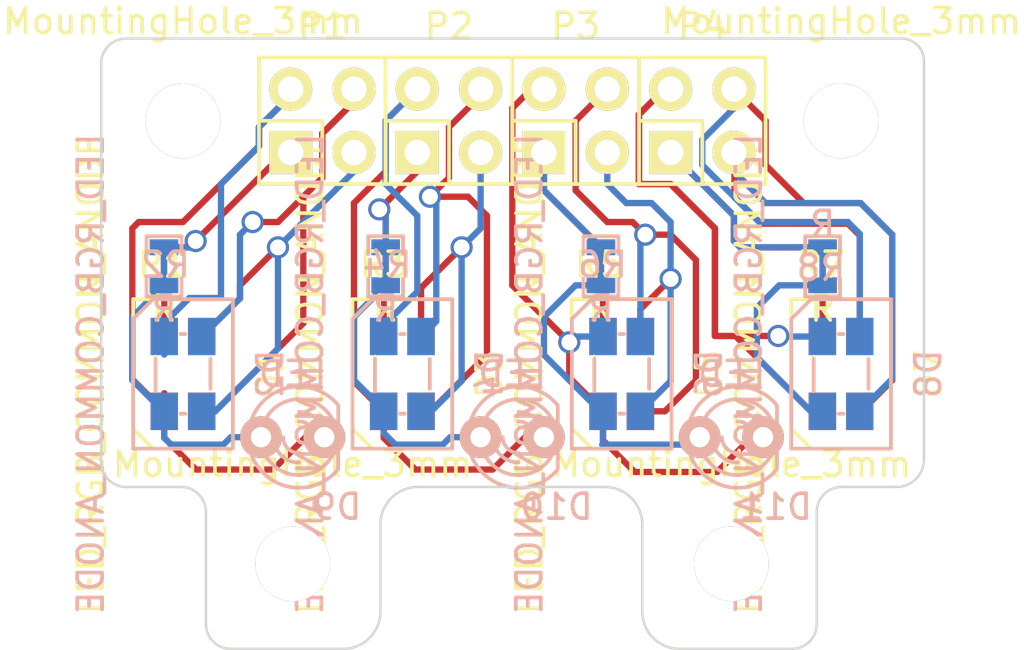
<source format=kicad_pcb>
(kicad_pcb (version 4) (host pcbnew "(2015-01-08 BZR 5360)-product")

  (general
    (links 54)
    (no_connects 0)
    (area 59.893999 59.893999 92.994001 84.494001)
    (thickness 1.6)
    (drawings 24)
    (tracks 267)
    (zones 0)
    (modules 27)
    (nets 17)
  )

  (page A4)
  (layers
    (0 F.Cu signal)
    (31 B.Cu signal)
    (32 B.Adhes user)
    (33 F.Adhes user)
    (34 B.Paste user)
    (35 F.Paste user)
    (36 B.SilkS user)
    (37 F.SilkS user)
    (38 B.Mask user)
    (39 F.Mask user)
    (40 Dwgs.User user)
    (41 Cmts.User user)
    (42 Eco1.User user)
    (43 Eco2.User user)
    (44 Edge.Cuts user)
    (45 Margin user)
    (46 B.CrtYd user)
    (47 F.CrtYd user)
    (48 B.Fab user)
    (49 F.Fab user)
  )

  (setup
    (last_trace_width 0.254)
    (trace_clearance 0.254)
    (zone_clearance 0.508)
    (zone_45_only no)
    (trace_min 0.254)
    (segment_width 0.2)
    (edge_width 0.1)
    (via_size 0.889)
    (via_drill 0.635)
    (via_min_size 0.889)
    (via_min_drill 0.508)
    (uvia_size 0.508)
    (uvia_drill 0.127)
    (uvias_allowed no)
    (uvia_min_size 0.508)
    (uvia_min_drill 0.127)
    (pcb_text_width 0.3)
    (pcb_text_size 1.5 1.5)
    (mod_edge_width 0.15)
    (mod_text_size 1 1)
    (mod_text_width 0.15)
    (pad_size 1.5 1.5)
    (pad_drill 0.6)
    (pad_to_mask_clearance 0)
    (aux_axis_origin 0 0)
    (grid_origin 59.944 59.944)
    (visible_elements FFFCFF7F)
    (pcbplotparams
      (layerselection 0x010f0_80000001)
      (usegerberextensions true)
      (excludeedgelayer false)
      (linewidth 0.100000)
      (plotframeref false)
      (viasonmask false)
      (mode 1)
      (useauxorigin false)
      (hpglpennumber 1)
      (hpglpenspeed 20)
      (hpglpendiameter 15)
      (hpglpenoverlay 2)
      (psnegative false)
      (psa4output false)
      (plotreference false)
      (plotvalue false)
      (plotinvisibletext false)
      (padsonsilk false)
      (subtractmaskfromsilk false)
      (outputformat 1)
      (mirror false)
      (drillshape 0)
      (scaleselection 1)
      (outputdirectory out/gerbers))
  )

  (net 0 "")
  (net 1 "Net-(D1-Pad1)")
  (net 2 "Net-(D1-Pad2)")
  (net 3 "Net-(D1-Pad3)")
  (net 4 "Net-(D1-Pad4)")
  (net 5 "Net-(D3-Pad2)")
  (net 6 "Net-(D3-Pad3)")
  (net 7 "Net-(D5-Pad2)")
  (net 8 "Net-(D5-Pad3)")
  (net 9 "Net-(D7-Pad2)")
  (net 10 "Net-(D7-Pad3)")
  (net 11 "Net-(D10-Pad2)")
  (net 12 "Net-(D10-Pad1)")
  (net 13 "Net-(D11-Pad2)")
  (net 14 "Net-(D11-Pad1)")
  (net 15 "Net-(D12-Pad2)")
  (net 16 "Net-(D12-Pad1)")

  (net_class Default "This is the default net class."
    (clearance 0.254)
    (trace_width 0.254)
    (via_dia 0.889)
    (via_drill 0.635)
    (uvia_dia 0.508)
    (uvia_drill 0.127)
    (add_net "Net-(D1-Pad1)")
    (add_net "Net-(D1-Pad2)")
    (add_net "Net-(D1-Pad3)")
    (add_net "Net-(D1-Pad4)")
    (add_net "Net-(D10-Pad1)")
    (add_net "Net-(D10-Pad2)")
    (add_net "Net-(D11-Pad1)")
    (add_net "Net-(D11-Pad2)")
    (add_net "Net-(D12-Pad1)")
    (add_net "Net-(D12-Pad2)")
    (add_net "Net-(D3-Pad2)")
    (add_net "Net-(D3-Pad3)")
    (add_net "Net-(D5-Pad2)")
    (add_net "Net-(D5-Pad3)")
    (add_net "Net-(D7-Pad2)")
    (add_net "Net-(D7-Pad3)")
  )

  (module Pin_Headers:Pin_Header_Straight_2x02 (layer F.Cu) (tedit 54CECF09) (tstamp 54D00A96)
    (at 68.812 63.246)
    (descr "Through hole pin header")
    (tags "pin header")
    (path /54CEBF0F)
    (fp_text reference P1 (at 0 -3.81) (layer F.SilkS)
      (effects (font (size 1 1) (thickness 0.15)))
    )
    (fp_text value CONN_2X2 (at 0 0) (layer F.SilkS) hide
      (effects (font (size 1 1) (thickness 0.15)))
    )
    (fp_line (start -2.54 0) (end -2.54 2.54) (layer F.SilkS) (width 0.15))
    (fp_line (start -2.54 2.54) (end 0 2.54) (layer F.SilkS) (width 0.15))
    (fp_line (start 0 2.54) (end 0 0) (layer F.SilkS) (width 0.15))
    (fp_line (start 0 0) (end -2.54 0) (layer F.SilkS) (width 0.15))
    (fp_line (start -2.54 0) (end -2.54 -2.54) (layer F.SilkS) (width 0.15))
    (fp_line (start -2.54 -2.54) (end 2.54 -2.54) (layer F.SilkS) (width 0.15))
    (fp_line (start 2.54 -2.54) (end 2.54 2.54) (layer F.SilkS) (width 0.15))
    (fp_line (start 2.54 2.54) (end 0 2.54) (layer F.SilkS) (width 0.15))
    (pad 1 thru_hole rect (at -1.27 1.27) (size 1.7272 1.7272) (drill 1.016) (layers *.Cu *.Mask F.SilkS)
      (net 4 "Net-(D1-Pad4)"))
    (pad 2 thru_hole oval (at -1.27 -1.27) (size 1.7272 1.7272) (drill 1.016) (layers *.Cu *.Mask F.SilkS)
      (net 1 "Net-(D1-Pad1)"))
    (pad 3 thru_hole oval (at 1.27 1.27) (size 1.7272 1.7272) (drill 1.016) (layers *.Cu *.Mask F.SilkS)
      (net 3 "Net-(D1-Pad3)"))
    (pad 4 thru_hole oval (at 1.27 -1.27) (size 1.7272 1.7272) (drill 1.016) (layers *.Cu *.Mask F.SilkS)
      (net 2 "Net-(D1-Pad2)"))
    (model Pin_Headers/Pin_Header_Straight_2x02.wrl
      (at (xyz 0 0 0))
      (scale (xyz 1 1 1))
      (rotate (xyz 0 0 0))
    )
  )

  (module Pin_Headers:Pin_Header_Straight_2x02 (layer F.Cu) (tedit 54CECF09) (tstamp 54D00AA6)
    (at 73.892 63.246)
    (descr "Through hole pin header")
    (tags "pin header")
    (path /54CECBF8)
    (fp_text reference P2 (at 0 -3.81) (layer F.SilkS)
      (effects (font (size 1 1) (thickness 0.15)))
    )
    (fp_text value CONN_2X2 (at 0 0) (layer F.SilkS) hide
      (effects (font (size 1 1) (thickness 0.15)))
    )
    (fp_line (start -2.54 0) (end -2.54 2.54) (layer F.SilkS) (width 0.15))
    (fp_line (start -2.54 2.54) (end 0 2.54) (layer F.SilkS) (width 0.15))
    (fp_line (start 0 2.54) (end 0 0) (layer F.SilkS) (width 0.15))
    (fp_line (start 0 0) (end -2.54 0) (layer F.SilkS) (width 0.15))
    (fp_line (start -2.54 0) (end -2.54 -2.54) (layer F.SilkS) (width 0.15))
    (fp_line (start -2.54 -2.54) (end 2.54 -2.54) (layer F.SilkS) (width 0.15))
    (fp_line (start 2.54 -2.54) (end 2.54 2.54) (layer F.SilkS) (width 0.15))
    (fp_line (start 2.54 2.54) (end 0 2.54) (layer F.SilkS) (width 0.15))
    (pad 1 thru_hole rect (at -1.27 1.27) (size 1.7272 1.7272) (drill 1.016) (layers *.Cu *.Mask F.SilkS)
      (net 12 "Net-(D10-Pad1)"))
    (pad 2 thru_hole oval (at -1.27 -1.27) (size 1.7272 1.7272) (drill 1.016) (layers *.Cu *.Mask F.SilkS)
      (net 11 "Net-(D10-Pad2)"))
    (pad 3 thru_hole oval (at 1.27 1.27) (size 1.7272 1.7272) (drill 1.016) (layers *.Cu *.Mask F.SilkS)
      (net 6 "Net-(D3-Pad3)"))
    (pad 4 thru_hole oval (at 1.27 -1.27) (size 1.7272 1.7272) (drill 1.016) (layers *.Cu *.Mask F.SilkS)
      (net 5 "Net-(D3-Pad2)"))
    (model Pin_Headers/Pin_Header_Straight_2x02.wrl
      (at (xyz 0 0 0))
      (scale (xyz 1 1 1))
      (rotate (xyz 0 0 0))
    )
  )

  (module Pin_Headers:Pin_Header_Straight_2x02 (layer F.Cu) (tedit 54CECF09) (tstamp 54D00AB6)
    (at 78.972 63.246)
    (descr "Through hole pin header")
    (tags "pin header")
    (path /54CECE53)
    (fp_text reference P3 (at 0 -3.81) (layer F.SilkS)
      (effects (font (size 1 1) (thickness 0.15)))
    )
    (fp_text value CONN_2X2 (at 0 0) (layer F.SilkS) hide
      (effects (font (size 1 1) (thickness 0.15)))
    )
    (fp_line (start -2.54 0) (end -2.54 2.54) (layer F.SilkS) (width 0.15))
    (fp_line (start -2.54 2.54) (end 0 2.54) (layer F.SilkS) (width 0.15))
    (fp_line (start 0 2.54) (end 0 0) (layer F.SilkS) (width 0.15))
    (fp_line (start 0 0) (end -2.54 0) (layer F.SilkS) (width 0.15))
    (fp_line (start -2.54 0) (end -2.54 -2.54) (layer F.SilkS) (width 0.15))
    (fp_line (start -2.54 -2.54) (end 2.54 -2.54) (layer F.SilkS) (width 0.15))
    (fp_line (start 2.54 -2.54) (end 2.54 2.54) (layer F.SilkS) (width 0.15))
    (fp_line (start 2.54 2.54) (end 0 2.54) (layer F.SilkS) (width 0.15))
    (pad 1 thru_hole rect (at -1.27 1.27) (size 1.7272 1.7272) (drill 1.016) (layers *.Cu *.Mask F.SilkS)
      (net 14 "Net-(D11-Pad1)"))
    (pad 2 thru_hole oval (at -1.27 -1.27) (size 1.7272 1.7272) (drill 1.016) (layers *.Cu *.Mask F.SilkS)
      (net 13 "Net-(D11-Pad2)"))
    (pad 3 thru_hole oval (at 1.27 1.27) (size 1.7272 1.7272) (drill 1.016) (layers *.Cu *.Mask F.SilkS)
      (net 8 "Net-(D5-Pad3)"))
    (pad 4 thru_hole oval (at 1.27 -1.27) (size 1.7272 1.7272) (drill 1.016) (layers *.Cu *.Mask F.SilkS)
      (net 7 "Net-(D5-Pad2)"))
    (model Pin_Headers/Pin_Header_Straight_2x02.wrl
      (at (xyz 0 0 0))
      (scale (xyz 1 1 1))
      (rotate (xyz 0 0 0))
    )
  )

  (module Pin_Headers:Pin_Header_Straight_2x02 (layer F.Cu) (tedit 54CECF09) (tstamp 54D00AC6)
    (at 84.052 63.246)
    (descr "Through hole pin header")
    (tags "pin header")
    (path /54CECE8C)
    (fp_text reference P4 (at 0 -3.81) (layer F.SilkS)
      (effects (font (size 1 1) (thickness 0.15)))
    )
    (fp_text value CONN_2X2 (at 0 0) (layer F.SilkS) hide
      (effects (font (size 1 1) (thickness 0.15)))
    )
    (fp_line (start -2.54 0) (end -2.54 2.54) (layer F.SilkS) (width 0.15))
    (fp_line (start -2.54 2.54) (end 0 2.54) (layer F.SilkS) (width 0.15))
    (fp_line (start 0 2.54) (end 0 0) (layer F.SilkS) (width 0.15))
    (fp_line (start 0 0) (end -2.54 0) (layer F.SilkS) (width 0.15))
    (fp_line (start -2.54 0) (end -2.54 -2.54) (layer F.SilkS) (width 0.15))
    (fp_line (start -2.54 -2.54) (end 2.54 -2.54) (layer F.SilkS) (width 0.15))
    (fp_line (start 2.54 -2.54) (end 2.54 2.54) (layer F.SilkS) (width 0.15))
    (fp_line (start 2.54 2.54) (end 0 2.54) (layer F.SilkS) (width 0.15))
    (pad 1 thru_hole rect (at -1.27 1.27) (size 1.7272 1.7272) (drill 1.016) (layers *.Cu *.Mask F.SilkS)
      (net 16 "Net-(D12-Pad1)"))
    (pad 2 thru_hole oval (at -1.27 -1.27) (size 1.7272 1.7272) (drill 1.016) (layers *.Cu *.Mask F.SilkS)
      (net 15 "Net-(D12-Pad2)"))
    (pad 3 thru_hole oval (at 1.27 1.27) (size 1.7272 1.7272) (drill 1.016) (layers *.Cu *.Mask F.SilkS)
      (net 10 "Net-(D7-Pad3)"))
    (pad 4 thru_hole oval (at 1.27 -1.27) (size 1.7272 1.7272) (drill 1.016) (layers *.Cu *.Mask F.SilkS)
      (net 9 "Net-(D7-Pad2)"))
    (model Pin_Headers/Pin_Header_Straight_2x02.wrl
      (at (xyz 0 0 0))
      (scale (xyz 1 1 1))
      (rotate (xyz 0 0 0))
    )
  )

  (module SMD_Packages:SMD-0603_r (layer F.Cu) (tedit 54CEC4EB) (tstamp 54D00AD2)
    (at 62.462 69.088 90)
    (path /54CEBC2A)
    (attr smd)
    (fp_text reference R1 (at 0.0635 -0.0635 180) (layer F.SilkS)
      (effects (font (size 1 1) (thickness 0.15)))
    )
    (fp_text value R (at -1.69926 0 180) (layer F.SilkS)
      (effects (font (size 1 1) (thickness 0.15)))
    )
    (fp_line (start -0.50038 -0.6985) (end -1.2065 -0.6985) (layer F.SilkS) (width 0.15))
    (fp_line (start -1.2065 -0.6985) (end -1.2065 0.6985) (layer F.SilkS) (width 0.15))
    (fp_line (start -1.2065 0.6985) (end -0.50038 0.6985) (layer F.SilkS) (width 0.15))
    (fp_line (start 1.2065 -0.6985) (end 0.50038 -0.6985) (layer F.SilkS) (width 0.15))
    (fp_line (start 1.2065 -0.6985) (end 1.2065 0.6985) (layer F.SilkS) (width 0.15))
    (fp_line (start 1.2065 0.6985) (end 0.50038 0.6985) (layer F.SilkS) (width 0.15))
    (pad 1 smd rect (at -0.762 0 90) (size 0.635 1.143) (layers F.Cu F.Paste F.Mask)
      (net 4 "Net-(D1-Pad4)"))
    (pad 2 smd rect (at 0.762 0 90) (size 0.635 1.143) (layers F.Cu F.Paste F.Mask)
      (net 4 "Net-(D1-Pad4)"))
    (model SMD_Packages/SMD-0603_r.wrl
      (at (xyz 0 0 0.001))
      (scale (xyz 0.5 0.5 0.5))
      (rotate (xyz 0 0 0))
    )
  )

  (module SMD_Packages:SMD-0603_r (layer B.Cu) (tedit 54CEC4EB) (tstamp 54D00ADE)
    (at 62.462 69.088 90)
    (path /54CEA587)
    (attr smd)
    (fp_text reference R2 (at 0.0635 0.0635 360) (layer B.SilkS)
      (effects (font (size 1 1) (thickness 0.15)) (justify mirror))
    )
    (fp_text value R (at -1.69926 0 360) (layer B.SilkS)
      (effects (font (size 1 1) (thickness 0.15)) (justify mirror))
    )
    (fp_line (start -0.50038 0.6985) (end -1.2065 0.6985) (layer B.SilkS) (width 0.15))
    (fp_line (start -1.2065 0.6985) (end -1.2065 -0.6985) (layer B.SilkS) (width 0.15))
    (fp_line (start -1.2065 -0.6985) (end -0.50038 -0.6985) (layer B.SilkS) (width 0.15))
    (fp_line (start 1.2065 0.6985) (end 0.50038 0.6985) (layer B.SilkS) (width 0.15))
    (fp_line (start 1.2065 0.6985) (end 1.2065 -0.6985) (layer B.SilkS) (width 0.15))
    (fp_line (start 1.2065 -0.6985) (end 0.50038 -0.6985) (layer B.SilkS) (width 0.15))
    (pad 1 smd rect (at -0.762 0 90) (size 0.635 1.143) (layers B.Cu B.Paste B.Mask)
      (net 4 "Net-(D1-Pad4)"))
    (pad 2 smd rect (at 0.762 0 90) (size 0.635 1.143) (layers B.Cu B.Paste B.Mask)
      (net 4 "Net-(D1-Pad4)"))
    (model SMD_Packages/SMD-0603_r.wrl
      (at (xyz 0 0 0.001))
      (scale (xyz 0.5 0.5 0.5))
      (rotate (xyz 0 0 0))
    )
  )

  (module SMD_Packages:SMD-0603_r (layer F.Cu) (tedit 54CEC4EB) (tstamp 54D00AEA)
    (at 71.352 69.088 90)
    (path /54CECBEC)
    (attr smd)
    (fp_text reference R3 (at 0.0635 -0.0635 180) (layer F.SilkS)
      (effects (font (size 1 1) (thickness 0.15)))
    )
    (fp_text value R (at -1.69926 0 180) (layer F.SilkS)
      (effects (font (size 1 1) (thickness 0.15)))
    )
    (fp_line (start -0.50038 -0.6985) (end -1.2065 -0.6985) (layer F.SilkS) (width 0.15))
    (fp_line (start -1.2065 -0.6985) (end -1.2065 0.6985) (layer F.SilkS) (width 0.15))
    (fp_line (start -1.2065 0.6985) (end -0.50038 0.6985) (layer F.SilkS) (width 0.15))
    (fp_line (start 1.2065 -0.6985) (end 0.50038 -0.6985) (layer F.SilkS) (width 0.15))
    (fp_line (start 1.2065 -0.6985) (end 1.2065 0.6985) (layer F.SilkS) (width 0.15))
    (fp_line (start 1.2065 0.6985) (end 0.50038 0.6985) (layer F.SilkS) (width 0.15))
    (pad 1 smd rect (at -0.762 0 90) (size 0.635 1.143) (layers F.Cu F.Paste F.Mask)
      (net 12 "Net-(D10-Pad1)"))
    (pad 2 smd rect (at 0.762 0 90) (size 0.635 1.143) (layers F.Cu F.Paste F.Mask)
      (net 12 "Net-(D10-Pad1)"))
    (model SMD_Packages/SMD-0603_r.wrl
      (at (xyz 0 0 0.001))
      (scale (xyz 0.5 0.5 0.5))
      (rotate (xyz 0 0 0))
    )
  )

  (module SMD_Packages:SMD-0603_r (layer B.Cu) (tedit 54CEC4EB) (tstamp 54D00AF6)
    (at 71.352 69.088 90)
    (path /54CECBE0)
    (attr smd)
    (fp_text reference R4 (at 0.0635 0.0635 360) (layer B.SilkS)
      (effects (font (size 1 1) (thickness 0.15)) (justify mirror))
    )
    (fp_text value R (at -1.69926 0 360) (layer B.SilkS)
      (effects (font (size 1 1) (thickness 0.15)) (justify mirror))
    )
    (fp_line (start -0.50038 0.6985) (end -1.2065 0.6985) (layer B.SilkS) (width 0.15))
    (fp_line (start -1.2065 0.6985) (end -1.2065 -0.6985) (layer B.SilkS) (width 0.15))
    (fp_line (start -1.2065 -0.6985) (end -0.50038 -0.6985) (layer B.SilkS) (width 0.15))
    (fp_line (start 1.2065 0.6985) (end 0.50038 0.6985) (layer B.SilkS) (width 0.15))
    (fp_line (start 1.2065 0.6985) (end 1.2065 -0.6985) (layer B.SilkS) (width 0.15))
    (fp_line (start 1.2065 -0.6985) (end 0.50038 -0.6985) (layer B.SilkS) (width 0.15))
    (pad 1 smd rect (at -0.762 0 90) (size 0.635 1.143) (layers B.Cu B.Paste B.Mask)
      (net 12 "Net-(D10-Pad1)"))
    (pad 2 smd rect (at 0.762 0 90) (size 0.635 1.143) (layers B.Cu B.Paste B.Mask)
      (net 12 "Net-(D10-Pad1)"))
    (model SMD_Packages/SMD-0603_r.wrl
      (at (xyz 0 0 0.001))
      (scale (xyz 0.5 0.5 0.5))
      (rotate (xyz 0 0 0))
    )
  )

  (module SMD_Packages:SMD-0603_r (layer F.Cu) (tedit 54CEC4EB) (tstamp 54D00B02)
    (at 79.988 69.088 90)
    (path /54CECE47)
    (attr smd)
    (fp_text reference R5 (at 0.0635 -0.0635 180) (layer F.SilkS)
      (effects (font (size 1 1) (thickness 0.15)))
    )
    (fp_text value R (at -1.69926 0 180) (layer F.SilkS)
      (effects (font (size 1 1) (thickness 0.15)))
    )
    (fp_line (start -0.50038 -0.6985) (end -1.2065 -0.6985) (layer F.SilkS) (width 0.15))
    (fp_line (start -1.2065 -0.6985) (end -1.2065 0.6985) (layer F.SilkS) (width 0.15))
    (fp_line (start -1.2065 0.6985) (end -0.50038 0.6985) (layer F.SilkS) (width 0.15))
    (fp_line (start 1.2065 -0.6985) (end 0.50038 -0.6985) (layer F.SilkS) (width 0.15))
    (fp_line (start 1.2065 -0.6985) (end 1.2065 0.6985) (layer F.SilkS) (width 0.15))
    (fp_line (start 1.2065 0.6985) (end 0.50038 0.6985) (layer F.SilkS) (width 0.15))
    (pad 1 smd rect (at -0.762 0 90) (size 0.635 1.143) (layers F.Cu F.Paste F.Mask)
      (net 14 "Net-(D11-Pad1)"))
    (pad 2 smd rect (at 0.762 0 90) (size 0.635 1.143) (layers F.Cu F.Paste F.Mask)
      (net 14 "Net-(D11-Pad1)"))
    (model SMD_Packages/SMD-0603_r.wrl
      (at (xyz 0 0 0.001))
      (scale (xyz 0.5 0.5 0.5))
      (rotate (xyz 0 0 0))
    )
  )

  (module SMD_Packages:SMD-0603_r (layer B.Cu) (tedit 54CEC4EB) (tstamp 54D00B0E)
    (at 79.988 69.088 90)
    (path /54CECE3B)
    (attr smd)
    (fp_text reference R6 (at 0.0635 0.0635 360) (layer B.SilkS)
      (effects (font (size 1 1) (thickness 0.15)) (justify mirror))
    )
    (fp_text value R (at -1.69926 0 360) (layer B.SilkS)
      (effects (font (size 1 1) (thickness 0.15)) (justify mirror))
    )
    (fp_line (start -0.50038 0.6985) (end -1.2065 0.6985) (layer B.SilkS) (width 0.15))
    (fp_line (start -1.2065 0.6985) (end -1.2065 -0.6985) (layer B.SilkS) (width 0.15))
    (fp_line (start -1.2065 -0.6985) (end -0.50038 -0.6985) (layer B.SilkS) (width 0.15))
    (fp_line (start 1.2065 0.6985) (end 0.50038 0.6985) (layer B.SilkS) (width 0.15))
    (fp_line (start 1.2065 0.6985) (end 1.2065 -0.6985) (layer B.SilkS) (width 0.15))
    (fp_line (start 1.2065 -0.6985) (end 0.50038 -0.6985) (layer B.SilkS) (width 0.15))
    (pad 1 smd rect (at -0.762 0 90) (size 0.635 1.143) (layers B.Cu B.Paste B.Mask)
      (net 14 "Net-(D11-Pad1)"))
    (pad 2 smd rect (at 0.762 0 90) (size 0.635 1.143) (layers B.Cu B.Paste B.Mask)
      (net 14 "Net-(D11-Pad1)"))
    (model SMD_Packages/SMD-0603_r.wrl
      (at (xyz 0 0 0.001))
      (scale (xyz 0.5 0.5 0.5))
      (rotate (xyz 0 0 0))
    )
  )

  (module SMD_Packages:SMD-0603_r (layer F.Cu) (tedit 54CEC4EB) (tstamp 54D00B1A)
    (at 88.878 69.088 90)
    (path /54CECE80)
    (attr smd)
    (fp_text reference R7 (at 0.0635 -0.0635 180) (layer F.SilkS)
      (effects (font (size 1 1) (thickness 0.15)))
    )
    (fp_text value R (at -1.69926 0 180) (layer F.SilkS)
      (effects (font (size 1 1) (thickness 0.15)))
    )
    (fp_line (start -0.50038 -0.6985) (end -1.2065 -0.6985) (layer F.SilkS) (width 0.15))
    (fp_line (start -1.2065 -0.6985) (end -1.2065 0.6985) (layer F.SilkS) (width 0.15))
    (fp_line (start -1.2065 0.6985) (end -0.50038 0.6985) (layer F.SilkS) (width 0.15))
    (fp_line (start 1.2065 -0.6985) (end 0.50038 -0.6985) (layer F.SilkS) (width 0.15))
    (fp_line (start 1.2065 -0.6985) (end 1.2065 0.6985) (layer F.SilkS) (width 0.15))
    (fp_line (start 1.2065 0.6985) (end 0.50038 0.6985) (layer F.SilkS) (width 0.15))
    (pad 1 smd rect (at -0.762 0 90) (size 0.635 1.143) (layers F.Cu F.Paste F.Mask)
      (net 16 "Net-(D12-Pad1)"))
    (pad 2 smd rect (at 0.762 0 90) (size 0.635 1.143) (layers F.Cu F.Paste F.Mask)
      (net 16 "Net-(D12-Pad1)"))
    (model SMD_Packages/SMD-0603_r.wrl
      (at (xyz 0 0 0.001))
      (scale (xyz 0.5 0.5 0.5))
      (rotate (xyz 0 0 0))
    )
  )

  (module SMD_Packages:SMD-0603_r (layer B.Cu) (tedit 54CEC4EB) (tstamp 54D00B26)
    (at 88.878 69.088 270)
    (path /54CECE74)
    (attr smd)
    (fp_text reference R8 (at 0.0635 0.0635 540) (layer B.SilkS)
      (effects (font (size 1 1) (thickness 0.15)) (justify mirror))
    )
    (fp_text value R (at -1.69926 0 540) (layer B.SilkS)
      (effects (font (size 1 1) (thickness 0.15)) (justify mirror))
    )
    (fp_line (start -0.50038 0.6985) (end -1.2065 0.6985) (layer B.SilkS) (width 0.15))
    (fp_line (start -1.2065 0.6985) (end -1.2065 -0.6985) (layer B.SilkS) (width 0.15))
    (fp_line (start -1.2065 -0.6985) (end -0.50038 -0.6985) (layer B.SilkS) (width 0.15))
    (fp_line (start 1.2065 0.6985) (end 0.50038 0.6985) (layer B.SilkS) (width 0.15))
    (fp_line (start 1.2065 0.6985) (end 1.2065 -0.6985) (layer B.SilkS) (width 0.15))
    (fp_line (start 1.2065 -0.6985) (end 0.50038 -0.6985) (layer B.SilkS) (width 0.15))
    (pad 1 smd rect (at -0.762 0 270) (size 0.635 1.143) (layers B.Cu B.Paste B.Mask)
      (net 16 "Net-(D12-Pad1)"))
    (pad 2 smd rect (at 0.762 0 270) (size 0.635 1.143) (layers B.Cu B.Paste B.Mask)
      (net 16 "Net-(D12-Pad1)"))
    (model SMD_Packages/SMD-0603_r.wrl
      (at (xyz 0 0 0.001))
      (scale (xyz 0.5 0.5 0.5))
      (rotate (xyz 0 0 0))
    )
  )

  (module SMD:PLCC-4 (layer B.Cu) (tedit 54CECBB9) (tstamp 54D00A86)
    (at 89.61968 73.406 270)
    (path /54CECE7A)
    (fp_text reference D8 (at 0 -3.5 270) (layer B.SilkS)
      (effects (font (size 1 1) (thickness 0.15)) (justify mirror))
    )
    (fp_text value LED_RGB_COMMON_ANODE (at 0 3.7 270) (layer B.SilkS)
      (effects (font (size 1 1) (thickness 0.15)) (justify mirror))
    )
    (fp_line (start 3 -2) (end -3 -2) (layer B.SilkS) (width 0.15))
    (fp_line (start -3 -2) (end -3 1.2) (layer B.SilkS) (width 0.15))
    (fp_line (start -3 1.2) (end -2.2 2) (layer B.SilkS) (width 0.15))
    (fp_line (start -2.2 2) (end 3 2) (layer B.SilkS) (width 0.15))
    (fp_line (start 3 -2) (end 3 2) (layer B.SilkS) (width 0.15))
    (fp_line (start 0.7 1.1) (end -0.6 1.1) (layer B.SilkS) (width 0.15))
    (fp_line (start 1.6 -0.1) (end 1.6 0.1) (layer B.SilkS) (width 0.15))
    (fp_line (start -0.6 -1.1) (end 0.6 -1.1) (layer B.SilkS) (width 0.15))
    (fp_line (start -1.6 -0.1) (end -1.6 0.1) (layer B.SilkS) (width 0.15))
    (pad 1 smd rect (at -1.5 0.75) (size 1.1 1.5) (layers B.Cu B.Paste B.Mask)
      (net 15 "Net-(D12-Pad2)"))
    (pad 2 smd rect (at -1.5 -0.75) (size 1.1 1.5) (layers B.Cu B.Paste B.Mask)
      (net 9 "Net-(D7-Pad2)"))
    (pad 3 smd rect (at 1.5 -0.75) (size 1.1 1.5) (layers B.Cu B.Paste B.Mask)
      (net 10 "Net-(D7-Pad3)"))
    (pad 4 smd rect (at 1.5 0.75) (size 1.1 1.5) (layers B.Cu B.Paste B.Mask)
      (net 16 "Net-(D12-Pad1)"))
  )

  (module SMD:PLCC-4 (layer F.Cu) (tedit 54CECBB9) (tstamp 54D00A71)
    (at 89.61968 73.406 90)
    (path /54CECE86)
    (fp_text reference D7 (at 0 3.5 90) (layer F.SilkS)
      (effects (font (size 1 1) (thickness 0.15)))
    )
    (fp_text value LED_RGB_COMMON_ANODE (at 0 -3.7 90) (layer F.SilkS)
      (effects (font (size 1 1) (thickness 0.15)))
    )
    (fp_line (start 3 2) (end -3 2) (layer F.SilkS) (width 0.15))
    (fp_line (start -3 2) (end -3 -1.2) (layer F.SilkS) (width 0.15))
    (fp_line (start -3 -1.2) (end -2.2 -2) (layer F.SilkS) (width 0.15))
    (fp_line (start -2.2 -2) (end 3 -2) (layer F.SilkS) (width 0.15))
    (fp_line (start 3 2) (end 3 -2) (layer F.SilkS) (width 0.15))
    (fp_line (start 0.7 -1.1) (end -0.6 -1.1) (layer F.SilkS) (width 0.15))
    (fp_line (start 1.6 0.1) (end 1.6 -0.1) (layer F.SilkS) (width 0.15))
    (fp_line (start -0.6 1.1) (end 0.6 1.1) (layer F.SilkS) (width 0.15))
    (fp_line (start -1.6 0.1) (end -1.6 -0.1) (layer F.SilkS) (width 0.15))
    (pad 1 smd rect (at -1.5 -0.75) (size 1.1 1.5) (layers F.Cu F.Paste F.Mask)
      (net 15 "Net-(D12-Pad2)"))
    (pad 2 smd rect (at -1.5 0.75) (size 1.1 1.5) (layers F.Cu F.Paste F.Mask)
      (net 9 "Net-(D7-Pad2)"))
    (pad 3 smd rect (at 1.5 0.75) (size 1.1 1.5) (layers F.Cu F.Paste F.Mask)
      (net 10 "Net-(D7-Pad3)"))
    (pad 4 smd rect (at 1.5 -0.75) (size 1.1 1.5) (layers F.Cu F.Paste F.Mask)
      (net 16 "Net-(D12-Pad1)"))
  )

  (module SMD:PLCC-4 (layer B.Cu) (tedit 54CECBB9) (tstamp 54D00A5C)
    (at 80.82112 73.406 270)
    (path /54CECE41)
    (fp_text reference D6 (at 0 -3.5 270) (layer B.SilkS)
      (effects (font (size 1 1) (thickness 0.15)) (justify mirror))
    )
    (fp_text value LED_RGB_COMMON_ANODE (at 0 3.7 270) (layer B.SilkS)
      (effects (font (size 1 1) (thickness 0.15)) (justify mirror))
    )
    (fp_line (start 3 -2) (end -3 -2) (layer B.SilkS) (width 0.15))
    (fp_line (start -3 -2) (end -3 1.2) (layer B.SilkS) (width 0.15))
    (fp_line (start -3 1.2) (end -2.2 2) (layer B.SilkS) (width 0.15))
    (fp_line (start -2.2 2) (end 3 2) (layer B.SilkS) (width 0.15))
    (fp_line (start 3 -2) (end 3 2) (layer B.SilkS) (width 0.15))
    (fp_line (start 0.7 1.1) (end -0.6 1.1) (layer B.SilkS) (width 0.15))
    (fp_line (start 1.6 -0.1) (end 1.6 0.1) (layer B.SilkS) (width 0.15))
    (fp_line (start -0.6 -1.1) (end 0.6 -1.1) (layer B.SilkS) (width 0.15))
    (fp_line (start -1.6 -0.1) (end -1.6 0.1) (layer B.SilkS) (width 0.15))
    (pad 1 smd rect (at -1.5 0.75) (size 1.1 1.5) (layers B.Cu B.Paste B.Mask)
      (net 13 "Net-(D11-Pad2)"))
    (pad 2 smd rect (at -1.5 -0.75) (size 1.1 1.5) (layers B.Cu B.Paste B.Mask)
      (net 7 "Net-(D5-Pad2)"))
    (pad 3 smd rect (at 1.5 -0.75) (size 1.1 1.5) (layers B.Cu B.Paste B.Mask)
      (net 8 "Net-(D5-Pad3)"))
    (pad 4 smd rect (at 1.5 0.75) (size 1.1 1.5) (layers B.Cu B.Paste B.Mask)
      (net 14 "Net-(D11-Pad1)"))
  )

  (module SMD:PLCC-4 (layer F.Cu) (tedit 54CECBB9) (tstamp 54D00A47)
    (at 80.82112 73.406 90)
    (path /54CECE4D)
    (fp_text reference D5 (at 0 3.5 90) (layer F.SilkS)
      (effects (font (size 1 1) (thickness 0.15)))
    )
    (fp_text value LED_RGB_COMMON_ANODE (at 0 -3.7 90) (layer F.SilkS)
      (effects (font (size 1 1) (thickness 0.15)))
    )
    (fp_line (start 3 2) (end -3 2) (layer F.SilkS) (width 0.15))
    (fp_line (start -3 2) (end -3 -1.2) (layer F.SilkS) (width 0.15))
    (fp_line (start -3 -1.2) (end -2.2 -2) (layer F.SilkS) (width 0.15))
    (fp_line (start -2.2 -2) (end 3 -2) (layer F.SilkS) (width 0.15))
    (fp_line (start 3 2) (end 3 -2) (layer F.SilkS) (width 0.15))
    (fp_line (start 0.7 -1.1) (end -0.6 -1.1) (layer F.SilkS) (width 0.15))
    (fp_line (start 1.6 0.1) (end 1.6 -0.1) (layer F.SilkS) (width 0.15))
    (fp_line (start -0.6 1.1) (end 0.6 1.1) (layer F.SilkS) (width 0.15))
    (fp_line (start -1.6 0.1) (end -1.6 -0.1) (layer F.SilkS) (width 0.15))
    (pad 1 smd rect (at -1.5 -0.75) (size 1.1 1.5) (layers F.Cu F.Paste F.Mask)
      (net 13 "Net-(D11-Pad2)"))
    (pad 2 smd rect (at -1.5 0.75) (size 1.1 1.5) (layers F.Cu F.Paste F.Mask)
      (net 7 "Net-(D5-Pad2)"))
    (pad 3 smd rect (at 1.5 0.75) (size 1.1 1.5) (layers F.Cu F.Paste F.Mask)
      (net 8 "Net-(D5-Pad3)"))
    (pad 4 smd rect (at 1.5 -0.75) (size 1.1 1.5) (layers F.Cu F.Paste F.Mask)
      (net 14 "Net-(D11-Pad1)"))
  )

  (module SMD:PLCC-4 (layer B.Cu) (tedit 54CECBB9) (tstamp 54D00D05)
    (at 72.02256 73.406 270)
    (path /54CECBE6)
    (fp_text reference D4 (at 0 -3.5 270) (layer B.SilkS)
      (effects (font (size 1 1) (thickness 0.15)) (justify mirror))
    )
    (fp_text value LED_RGB_COMMON_ANODE (at 0 3.7 270) (layer B.SilkS)
      (effects (font (size 1 1) (thickness 0.15)) (justify mirror))
    )
    (fp_line (start 3 -2) (end -3 -2) (layer B.SilkS) (width 0.15))
    (fp_line (start -3 -2) (end -3 1.2) (layer B.SilkS) (width 0.15))
    (fp_line (start -3 1.2) (end -2.2 2) (layer B.SilkS) (width 0.15))
    (fp_line (start -2.2 2) (end 3 2) (layer B.SilkS) (width 0.15))
    (fp_line (start 3 -2) (end 3 2) (layer B.SilkS) (width 0.15))
    (fp_line (start 0.7 1.1) (end -0.6 1.1) (layer B.SilkS) (width 0.15))
    (fp_line (start 1.6 -0.1) (end 1.6 0.1) (layer B.SilkS) (width 0.15))
    (fp_line (start -0.6 -1.1) (end 0.6 -1.1) (layer B.SilkS) (width 0.15))
    (fp_line (start -1.6 -0.1) (end -1.6 0.1) (layer B.SilkS) (width 0.15))
    (pad 1 smd rect (at -1.5 0.75) (size 1.1 1.5) (layers B.Cu B.Paste B.Mask)
      (net 11 "Net-(D10-Pad2)"))
    (pad 2 smd rect (at -1.5 -0.75) (size 1.1 1.5) (layers B.Cu B.Paste B.Mask)
      (net 5 "Net-(D3-Pad2)"))
    (pad 3 smd rect (at 1.5 -0.75) (size 1.1 1.5) (layers B.Cu B.Paste B.Mask)
      (net 6 "Net-(D3-Pad3)"))
    (pad 4 smd rect (at 1.5 0.75) (size 1.1 1.5) (layers B.Cu B.Paste B.Mask)
      (net 12 "Net-(D10-Pad1)"))
  )

  (module SMD:PLCC-4 (layer F.Cu) (tedit 54CECBB9) (tstamp 54D00A1D)
    (at 72.02256 73.406 90)
    (path /54CECBF2)
    (fp_text reference D3 (at 0 3.5 90) (layer F.SilkS)
      (effects (font (size 1 1) (thickness 0.15)))
    )
    (fp_text value LED_RGB_COMMON_ANODE (at 0 -3.7 90) (layer F.SilkS)
      (effects (font (size 1 1) (thickness 0.15)))
    )
    (fp_line (start 3 2) (end -3 2) (layer F.SilkS) (width 0.15))
    (fp_line (start -3 2) (end -3 -1.2) (layer F.SilkS) (width 0.15))
    (fp_line (start -3 -1.2) (end -2.2 -2) (layer F.SilkS) (width 0.15))
    (fp_line (start -2.2 -2) (end 3 -2) (layer F.SilkS) (width 0.15))
    (fp_line (start 3 2) (end 3 -2) (layer F.SilkS) (width 0.15))
    (fp_line (start 0.7 -1.1) (end -0.6 -1.1) (layer F.SilkS) (width 0.15))
    (fp_line (start 1.6 0.1) (end 1.6 -0.1) (layer F.SilkS) (width 0.15))
    (fp_line (start -0.6 1.1) (end 0.6 1.1) (layer F.SilkS) (width 0.15))
    (fp_line (start -1.6 0.1) (end -1.6 -0.1) (layer F.SilkS) (width 0.15))
    (pad 1 smd rect (at -1.5 -0.75) (size 1.1 1.5) (layers F.Cu F.Paste F.Mask)
      (net 11 "Net-(D10-Pad2)"))
    (pad 2 smd rect (at -1.5 0.75) (size 1.1 1.5) (layers F.Cu F.Paste F.Mask)
      (net 5 "Net-(D3-Pad2)"))
    (pad 3 smd rect (at 1.5 0.75) (size 1.1 1.5) (layers F.Cu F.Paste F.Mask)
      (net 6 "Net-(D3-Pad3)"))
    (pad 4 smd rect (at 1.5 -0.75) (size 1.1 1.5) (layers F.Cu F.Paste F.Mask)
      (net 12 "Net-(D10-Pad1)"))
  )

  (module SMD:PLCC-4 (layer B.Cu) (tedit 54CECBB9) (tstamp 54D00A08)
    (at 63.224 73.406 270)
    (path /54CEB81A)
    (fp_text reference D2 (at 0 -3.5 270) (layer B.SilkS)
      (effects (font (size 1 1) (thickness 0.15)) (justify mirror))
    )
    (fp_text value LED_RGB_COMMON_ANODE (at 0 3.7 270) (layer B.SilkS)
      (effects (font (size 1 1) (thickness 0.15)) (justify mirror))
    )
    (fp_line (start 3 -2) (end -3 -2) (layer B.SilkS) (width 0.15))
    (fp_line (start -3 -2) (end -3 1.2) (layer B.SilkS) (width 0.15))
    (fp_line (start -3 1.2) (end -2.2 2) (layer B.SilkS) (width 0.15))
    (fp_line (start -2.2 2) (end 3 2) (layer B.SilkS) (width 0.15))
    (fp_line (start 3 -2) (end 3 2) (layer B.SilkS) (width 0.15))
    (fp_line (start 0.7 1.1) (end -0.6 1.1) (layer B.SilkS) (width 0.15))
    (fp_line (start 1.6 -0.1) (end 1.6 0.1) (layer B.SilkS) (width 0.15))
    (fp_line (start -0.6 -1.1) (end 0.6 -1.1) (layer B.SilkS) (width 0.15))
    (fp_line (start -1.6 -0.1) (end -1.6 0.1) (layer B.SilkS) (width 0.15))
    (pad 1 smd rect (at -1.5 0.75) (size 1.1 1.5) (layers B.Cu B.Paste B.Mask)
      (net 1 "Net-(D1-Pad1)"))
    (pad 2 smd rect (at -1.5 -0.75) (size 1.1 1.5) (layers B.Cu B.Paste B.Mask)
      (net 2 "Net-(D1-Pad2)"))
    (pad 3 smd rect (at 1.5 -0.75) (size 1.1 1.5) (layers B.Cu B.Paste B.Mask)
      (net 3 "Net-(D1-Pad3)"))
    (pad 4 smd rect (at 1.5 0.75) (size 1.1 1.5) (layers B.Cu B.Paste B.Mask)
      (net 4 "Net-(D1-Pad4)"))
  )

  (module SMD:PLCC-4 (layer F.Cu) (tedit 54CECBB9) (tstamp 54D009F3)
    (at 63.224 73.406 90)
    (path /54CEBC30)
    (fp_text reference D1 (at 0 3.5 90) (layer F.SilkS)
      (effects (font (size 1 1) (thickness 0.15)))
    )
    (fp_text value LED_RGB_COMMON_ANODE (at 0 -3.7 90) (layer F.SilkS)
      (effects (font (size 1 1) (thickness 0.15)))
    )
    (fp_line (start 3 2) (end -3 2) (layer F.SilkS) (width 0.15))
    (fp_line (start -3 2) (end -3 -1.2) (layer F.SilkS) (width 0.15))
    (fp_line (start -3 -1.2) (end -2.2 -2) (layer F.SilkS) (width 0.15))
    (fp_line (start -2.2 -2) (end 3 -2) (layer F.SilkS) (width 0.15))
    (fp_line (start 3 2) (end 3 -2) (layer F.SilkS) (width 0.15))
    (fp_line (start 0.7 -1.1) (end -0.6 -1.1) (layer F.SilkS) (width 0.15))
    (fp_line (start 1.6 0.1) (end 1.6 -0.1) (layer F.SilkS) (width 0.15))
    (fp_line (start -0.6 1.1) (end 0.6 1.1) (layer F.SilkS) (width 0.15))
    (fp_line (start -1.6 0.1) (end -1.6 -0.1) (layer F.SilkS) (width 0.15))
    (pad 1 smd rect (at -1.5 -0.75) (size 1.1 1.5) (layers F.Cu F.Paste F.Mask)
      (net 1 "Net-(D1-Pad1)"))
    (pad 2 smd rect (at -1.5 0.75) (size 1.1 1.5) (layers F.Cu F.Paste F.Mask)
      (net 2 "Net-(D1-Pad2)"))
    (pad 3 smd rect (at 1.5 0.75) (size 1.1 1.5) (layers F.Cu F.Paste F.Mask)
      (net 3 "Net-(D1-Pad3)"))
    (pad 4 smd rect (at 1.5 -0.75) (size 1.1 1.5) (layers F.Cu F.Paste F.Mask)
      (net 4 "Net-(D1-Pad4)"))
  )

  (module Mounting_Holes:MountingHole_3mm (layer F.Cu) (tedit 54CEE77F) (tstamp 54CEE8B5)
    (at 89.61968 63.246)
    (descr "Mounting hole, Befestigungsbohrung, 3mm, No Annular, Kein Restring,")
    (tags "Mounting hole, Befestigungsbohrung, 3mm, No Annular, Kein Restring,")
    (fp_text reference MountingHole_3mm (at 0 -4.0005) (layer F.SilkS)
      (effects (font (size 1 1) (thickness 0.15)))
    )
    (fp_text value VAL** (at 1.00076 5.00126) (layer F.SilkS) hide
      (effects (font (size 1 1) (thickness 0.15)))
    )
    (fp_circle (center 0 0) (end 2.99974 0) (layer Cmts.User) (width 0.381))
    (pad 1 thru_hole circle (at 0 0) (size 2.99974 2.99974) (drill 2.99974) (layers))
  )

  (module Mounting_Holes:MountingHole_3mm (layer F.Cu) (tedit 54CEE77F) (tstamp 54CEE8C1)
    (at 63.224 63.246)
    (descr "Mounting hole, Befestigungsbohrung, 3mm, No Annular, Kein Restring,")
    (tags "Mounting hole, Befestigungsbohrung, 3mm, No Annular, Kein Restring,")
    (fp_text reference MountingHole_3mm (at 0 -4.0005) (layer F.SilkS)
      (effects (font (size 1 1) (thickness 0.15)))
    )
    (fp_text value VAL** (at 1.00076 5.00126) (layer F.SilkS) hide
      (effects (font (size 1 1) (thickness 0.15)))
    )
    (fp_circle (center 0 0) (end 2.99974 0) (layer Cmts.User) (width 0.381))
    (pad 1 thru_hole circle (at 0 0) (size 2.99974 2.99974) (drill 2.99974) (layers))
  )

  (module Mounting_Holes:MountingHole_3mm (layer F.Cu) (tedit 54CEE77F) (tstamp 54CEE8E8)
    (at 85.2204 81.026)
    (descr "Mounting hole, Befestigungsbohrung, 3mm, No Annular, Kein Restring,")
    (tags "Mounting hole, Befestigungsbohrung, 3mm, No Annular, Kein Restring,")
    (fp_text reference MountingHole_3mm (at 0 -4.0005) (layer F.SilkS)
      (effects (font (size 1 1) (thickness 0.15)))
    )
    (fp_text value VAL** (at 1.00076 5.00126) (layer F.SilkS) hide
      (effects (font (size 1 1) (thickness 0.15)))
    )
    (fp_circle (center 0 0) (end 2.99974 0) (layer Cmts.User) (width 0.381))
    (pad 1 thru_hole circle (at 0 0) (size 2.99974 2.99974) (drill 2.99974) (layers))
  )

  (module Mounting_Holes:MountingHole_3mm (layer F.Cu) (tedit 54CEE77F) (tstamp 54CEE8F3)
    (at 67.62328 81.026)
    (descr "Mounting hole, Befestigungsbohrung, 3mm, No Annular, Kein Restring,")
    (tags "Mounting hole, Befestigungsbohrung, 3mm, No Annular, Kein Restring,")
    (fp_text reference MountingHole_3mm (at 0 -4.0005) (layer F.SilkS)
      (effects (font (size 1 1) (thickness 0.15)))
    )
    (fp_text value VAL** (at 1.00076 5.00126) (layer F.SilkS) hide
      (effects (font (size 1 1) (thickness 0.15)))
    )
    (fp_circle (center 0 0) (end 2.99974 0) (layer Cmts.User) (width 0.381))
    (pad 1 thru_hole circle (at 0 0) (size 2.99974 2.99974) (drill 2.99974) (layers))
  )

  (module LEDs:LED-3MM (layer B.Cu) (tedit 54CEFC05) (tstamp 54D3AD63)
    (at 67.62242 75.946)
    (descr "LED 3mm - Lead pitch 100mil (2,54mm)")
    (tags "LED led 3mm 3MM 100mil 2,54mm")
    (path /54CF08FD)
    (fp_text reference D9 (at 1.778 2.794) (layer B.SilkS)
      (effects (font (size 1 1) (thickness 0.15)) (justify mirror))
    )
    (fp_text value LED (at 0 -2.54) (layer B.SilkS)
      (effects (font (size 1 1) (thickness 0.15)) (justify mirror))
    )
    (fp_line (start 1.8288 -1.27) (end 1.8288 1.27) (layer B.SilkS) (width 0.15))
    (fp_arc (start 0.254 0) (end -1.27 0) (angle -39.8) (layer B.SilkS) (width 0.15))
    (fp_arc (start 0.254 0) (end -0.88392 -1.01092) (angle -41.6) (layer B.SilkS) (width 0.15))
    (fp_arc (start 0.254 0) (end 1.4097 0.9906) (angle -40.6) (layer B.SilkS) (width 0.15))
    (fp_arc (start 0.254 0) (end 1.778 0) (angle -39.8) (layer B.SilkS) (width 0.15))
    (fp_arc (start 0.254 0) (end 0.254 1.524) (angle -54.4) (layer B.SilkS) (width 0.15))
    (fp_arc (start 0.254 0) (end -0.9652 0.9144) (angle -53.1) (layer B.SilkS) (width 0.15))
    (fp_arc (start 0.254 0) (end 1.45542 -0.93472) (angle -52.1) (layer B.SilkS) (width 0.15))
    (fp_arc (start 0.254 0) (end 0.254 -1.524) (angle -52.1) (layer B.SilkS) (width 0.15))
    (fp_arc (start 0.254 0) (end -0.381 0) (angle -90) (layer B.SilkS) (width 0.15))
    (fp_arc (start 0.254 0) (end -0.762 0) (angle -90) (layer B.SilkS) (width 0.15))
    (fp_arc (start 0.254 0) (end 0.889 0) (angle -90) (layer B.SilkS) (width 0.15))
    (fp_arc (start 0.254 0) (end 1.27 0) (angle -90) (layer B.SilkS) (width 0.15))
    (fp_arc (start 0.254 0) (end 0.254 2.032) (angle -50.1) (layer B.SilkS) (width 0.15))
    (fp_arc (start 0.254 0) (end -1.5367 0.95504) (angle -61.9) (layer B.SilkS) (width 0.15))
    (fp_arc (start 0.254 0) (end 1.8034 -1.31064) (angle -49.7) (layer B.SilkS) (width 0.15))
    (fp_arc (start 0.254 0) (end 0.254 -2.032) (angle -60.2) (layer B.SilkS) (width 0.15))
    (fp_arc (start 0.254 0) (end -1.778 0) (angle -28.3) (layer B.SilkS) (width 0.15))
    (fp_arc (start 0.254 0) (end -1.47574 -1.06426) (angle -31.6) (layer B.SilkS) (width 0.15))
    (pad 1 thru_hole circle (at -1.27 0) (size 1.6764 1.6764) (drill 0.8128) (layers *.Cu *.Mask B.SilkS)
      (net 4 "Net-(D1-Pad4)"))
    (pad 2 thru_hole circle (at 1.27 0) (size 1.6764 1.6764) (drill 0.8128) (layers *.Cu *.Mask B.SilkS)
      (net 1 "Net-(D1-Pad1)"))
    (model LEDs/LED-3MM.wrl
      (at (xyz 0 0 0))
      (scale (xyz 1 1 1))
      (rotate (xyz 0 0 0))
    )
  )

  (module LEDs:LED-3MM (layer B.Cu) (tedit 54CEFC05) (tstamp 54D3AD7C)
    (at 76.4286 75.946)
    (descr "LED 3mm - Lead pitch 100mil (2,54mm)")
    (tags "LED led 3mm 3MM 100mil 2,54mm")
    (path /54CF0AF7)
    (fp_text reference D10 (at 1.778 2.794) (layer B.SilkS)
      (effects (font (size 1 1) (thickness 0.15)) (justify mirror))
    )
    (fp_text value LED (at 0 -2.54) (layer B.SilkS)
      (effects (font (size 1 1) (thickness 0.15)) (justify mirror))
    )
    (fp_line (start 1.8288 -1.27) (end 1.8288 1.27) (layer B.SilkS) (width 0.15))
    (fp_arc (start 0.254 0) (end -1.27 0) (angle -39.8) (layer B.SilkS) (width 0.15))
    (fp_arc (start 0.254 0) (end -0.88392 -1.01092) (angle -41.6) (layer B.SilkS) (width 0.15))
    (fp_arc (start 0.254 0) (end 1.4097 0.9906) (angle -40.6) (layer B.SilkS) (width 0.15))
    (fp_arc (start 0.254 0) (end 1.778 0) (angle -39.8) (layer B.SilkS) (width 0.15))
    (fp_arc (start 0.254 0) (end 0.254 1.524) (angle -54.4) (layer B.SilkS) (width 0.15))
    (fp_arc (start 0.254 0) (end -0.9652 0.9144) (angle -53.1) (layer B.SilkS) (width 0.15))
    (fp_arc (start 0.254 0) (end 1.45542 -0.93472) (angle -52.1) (layer B.SilkS) (width 0.15))
    (fp_arc (start 0.254 0) (end 0.254 -1.524) (angle -52.1) (layer B.SilkS) (width 0.15))
    (fp_arc (start 0.254 0) (end -0.381 0) (angle -90) (layer B.SilkS) (width 0.15))
    (fp_arc (start 0.254 0) (end -0.762 0) (angle -90) (layer B.SilkS) (width 0.15))
    (fp_arc (start 0.254 0) (end 0.889 0) (angle -90) (layer B.SilkS) (width 0.15))
    (fp_arc (start 0.254 0) (end 1.27 0) (angle -90) (layer B.SilkS) (width 0.15))
    (fp_arc (start 0.254 0) (end 0.254 2.032) (angle -50.1) (layer B.SilkS) (width 0.15))
    (fp_arc (start 0.254 0) (end -1.5367 0.95504) (angle -61.9) (layer B.SilkS) (width 0.15))
    (fp_arc (start 0.254 0) (end 1.8034 -1.31064) (angle -49.7) (layer B.SilkS) (width 0.15))
    (fp_arc (start 0.254 0) (end 0.254 -2.032) (angle -60.2) (layer B.SilkS) (width 0.15))
    (fp_arc (start 0.254 0) (end -1.778 0) (angle -28.3) (layer B.SilkS) (width 0.15))
    (fp_arc (start 0.254 0) (end -1.47574 -1.06426) (angle -31.6) (layer B.SilkS) (width 0.15))
    (pad 1 thru_hole circle (at -1.27 0) (size 1.6764 1.6764) (drill 0.8128) (layers *.Cu *.Mask B.SilkS)
      (net 12 "Net-(D10-Pad1)"))
    (pad 2 thru_hole circle (at 1.27 0) (size 1.6764 1.6764) (drill 0.8128) (layers *.Cu *.Mask B.SilkS)
      (net 11 "Net-(D10-Pad2)"))
    (model LEDs/LED-3MM.wrl
      (at (xyz 0 0 0))
      (scale (xyz 1 1 1))
      (rotate (xyz 0 0 0))
    )
  )

  (module LEDs:LED-3MM (layer B.Cu) (tedit 54CEFC05) (tstamp 54D3AD95)
    (at 85.21954 75.946)
    (descr "LED 3mm - Lead pitch 100mil (2,54mm)")
    (tags "LED led 3mm 3MM 100mil 2,54mm")
    (path /54CF0BE4)
    (fp_text reference D11 (at 1.778 2.794) (layer B.SilkS)
      (effects (font (size 1 1) (thickness 0.15)) (justify mirror))
    )
    (fp_text value LED (at 0 -2.54) (layer B.SilkS)
      (effects (font (size 1 1) (thickness 0.15)) (justify mirror))
    )
    (fp_line (start 1.8288 -1.27) (end 1.8288 1.27) (layer B.SilkS) (width 0.15))
    (fp_arc (start 0.254 0) (end -1.27 0) (angle -39.8) (layer B.SilkS) (width 0.15))
    (fp_arc (start 0.254 0) (end -0.88392 -1.01092) (angle -41.6) (layer B.SilkS) (width 0.15))
    (fp_arc (start 0.254 0) (end 1.4097 0.9906) (angle -40.6) (layer B.SilkS) (width 0.15))
    (fp_arc (start 0.254 0) (end 1.778 0) (angle -39.8) (layer B.SilkS) (width 0.15))
    (fp_arc (start 0.254 0) (end 0.254 1.524) (angle -54.4) (layer B.SilkS) (width 0.15))
    (fp_arc (start 0.254 0) (end -0.9652 0.9144) (angle -53.1) (layer B.SilkS) (width 0.15))
    (fp_arc (start 0.254 0) (end 1.45542 -0.93472) (angle -52.1) (layer B.SilkS) (width 0.15))
    (fp_arc (start 0.254 0) (end 0.254 -1.524) (angle -52.1) (layer B.SilkS) (width 0.15))
    (fp_arc (start 0.254 0) (end -0.381 0) (angle -90) (layer B.SilkS) (width 0.15))
    (fp_arc (start 0.254 0) (end -0.762 0) (angle -90) (layer B.SilkS) (width 0.15))
    (fp_arc (start 0.254 0) (end 0.889 0) (angle -90) (layer B.SilkS) (width 0.15))
    (fp_arc (start 0.254 0) (end 1.27 0) (angle -90) (layer B.SilkS) (width 0.15))
    (fp_arc (start 0.254 0) (end 0.254 2.032) (angle -50.1) (layer B.SilkS) (width 0.15))
    (fp_arc (start 0.254 0) (end -1.5367 0.95504) (angle -61.9) (layer B.SilkS) (width 0.15))
    (fp_arc (start 0.254 0) (end 1.8034 -1.31064) (angle -49.7) (layer B.SilkS) (width 0.15))
    (fp_arc (start 0.254 0) (end 0.254 -2.032) (angle -60.2) (layer B.SilkS) (width 0.15))
    (fp_arc (start 0.254 0) (end -1.778 0) (angle -28.3) (layer B.SilkS) (width 0.15))
    (fp_arc (start 0.254 0) (end -1.47574 -1.06426) (angle -31.6) (layer B.SilkS) (width 0.15))
    (pad 1 thru_hole circle (at -1.27 0) (size 1.6764 1.6764) (drill 0.8128) (layers *.Cu *.Mask B.SilkS)
      (net 14 "Net-(D11-Pad1)"))
    (pad 2 thru_hole circle (at 1.27 0) (size 1.6764 1.6764) (drill 0.8128) (layers *.Cu *.Mask B.SilkS)
      (net 13 "Net-(D11-Pad2)"))
    (model LEDs/LED-3MM.wrl
      (at (xyz 0 0 0))
      (scale (xyz 1 1 1))
      (rotate (xyz 0 0 0))
    )
  )

  (gr_line (start 91.844 77.944) (end 89.644 77.944) (angle 90) (layer Edge.Cuts) (width 0.1))
  (gr_line (start 92.944 60.844) (end 92.944 76.844) (angle 90) (layer Edge.Cuts) (width 0.1))
  (gr_line (start 92.044 59.944) (end 60.944 59.944) (angle 90) (layer Edge.Cuts) (width 0.1))
  (gr_line (start 60.944 77.944) (end 63.244 77.944) (angle 90) (layer Edge.Cuts) (width 0.1))
  (gr_line (start 59.944 60.844) (end 59.944 76.944) (angle 90) (layer Edge.Cuts) (width 0.1))
  (gr_arc (start 91.844 76.844) (end 92.944 76.844) (angle 90) (layer Edge.Cuts) (width 0.1))
  (gr_arc (start 92.044 60.844) (end 92.044 59.944) (angle 90) (layer Edge.Cuts) (width 0.1))
  (gr_arc (start 60.944 76.944) (end 60.944 77.944) (angle 90) (layer Edge.Cuts) (width 0.1))
  (gr_arc (start 60.944 60.944) (end 59.944 60.944) (angle 90) (layer Edge.Cuts) (width 0.1))
  (gr_line (start 69.644 84.444) (end 65.144 84.444) (angle 90) (layer Edge.Cuts) (width 0.1))
  (gr_line (start 71.144 79.444) (end 71.144 82.944) (angle 90) (layer Edge.Cuts) (width 0.1))
  (gr_line (start 80.144 77.944) (end 72.644 77.944) (angle 90) (layer Edge.Cuts) (width 0.1))
  (gr_line (start 81.644 82.944) (end 81.644 79.444) (angle 90) (layer Edge.Cuts) (width 0.1))
  (gr_line (start 87.644 84.444) (end 83.144 84.444) (angle 90) (layer Edge.Cuts) (width 0.1))
  (gr_line (start 88.644 78.944) (end 88.644 83.444) (angle 90) (layer Edge.Cuts) (width 0.1))
  (gr_arc (start 83.144 82.944) (end 83.144 84.444) (angle 90) (layer Edge.Cuts) (width 0.1))
  (gr_arc (start 80.144 79.444) (end 80.144 77.944) (angle 90) (layer Edge.Cuts) (width 0.1))
  (gr_arc (start 72.644 79.444) (end 71.144 79.444) (angle 90) (layer Edge.Cuts) (width 0.1))
  (gr_arc (start 69.644 82.944) (end 71.144 82.944) (angle 90) (layer Edge.Cuts) (width 0.1))
  (gr_line (start 64.144 78.944) (end 64.144 83.444) (angle 90) (layer Edge.Cuts) (width 0.1))
  (gr_arc (start 89.644 78.944) (end 88.644 78.944) (angle 90) (layer Edge.Cuts) (width 0.1))
  (gr_arc (start 87.644 83.444) (end 88.644 83.444) (angle 90) (layer Edge.Cuts) (width 0.1))
  (gr_arc (start 65.144 83.444) (end 65.144 84.444) (angle 90) (layer Edge.Cuts) (width 0.1))
  (gr_arc (start 63.144 78.944) (end 63.144 77.944) (angle 90) (layer Edge.Cuts) (width 0.1))

  (segment (start 68.89242 75.946) (end 68.142 75.946) (width 0.254) (layer F.Cu) (net 1) (status C00000))
  (segment (start 68.142 75.946) (end 66.844 77.244) (width 0.254) (layer F.Cu) (net 1) (tstamp 54D3AEBF) (status 400000))
  (segment (start 66.844 77.244) (end 63.744 77.244) (width 0.254) (layer F.Cu) (net 1) (tstamp 54D3AEC0))
  (segment (start 63.744 77.244) (end 62.474 75.974) (width 0.254) (layer F.Cu) (net 1) (tstamp 54D3AEC2))
  (segment (start 62.474 75.974) (end 62.474 74.906) (width 0.254) (layer F.Cu) (net 1) (tstamp 54D3AEC4) (status 800000))
  (segment (start 62.474 71.906) (end 62.474 71.362) (width 0.254) (layer B.Cu) (net 1))
  (segment (start 62.474 71.362) (end 63.478 70.358) (width 0.254) (layer B.Cu) (net 1) (tstamp 54D015DB))
  (segment (start 66.272 63.5) (end 67.542 62.23) (width 0.254) (layer B.Cu) (net 1) (tstamp 54D015E1))
  (segment (start 66.272 64.262) (end 66.272 63.5) (width 0.254) (layer B.Cu) (net 1) (tstamp 54D015E0))
  (segment (start 64.748 65.786) (end 66.272 64.262) (width 0.254) (layer B.Cu) (net 1) (tstamp 54D015DF))
  (segment (start 64.748 66.04) (end 64.748 65.786) (width 0.254) (layer B.Cu) (net 1) (tstamp 54D015DE))
  (segment (start 64.748 70.358) (end 64.748 66.04) (width 0.254) (layer B.Cu) (net 1) (tstamp 54D015DD))
  (segment (start 63.478 70.358) (end 64.748 70.358) (width 0.254) (layer B.Cu) (net 1) (tstamp 54D015DC))
  (segment (start 67.542 62.23) (end 67.542 61.976) (width 0.254) (layer B.Cu) (net 1) (tstamp 54D015E2))
  (segment (start 67.542 62.23) (end 67.542 61.976) (width 0.254) (layer B.Cu) (net 1) (tstamp 54D0130E))
  (segment (start 66.272 64.262) (end 66.272 63.5) (width 0.254) (layer F.Cu) (net 1) (tstamp 54D01290))
  (segment (start 66.272 63.5) (end 67.542 62.23) (width 0.254) (layer F.Cu) (net 1) (tstamp 54D01291))
  (segment (start 67.542 62.23) (end 67.542 61.976) (width 0.254) (layer F.Cu) (net 1) (tstamp 54D01292))
  (segment (start 67.542 61.976) (end 67.542 62.23) (width 0.254) (layer F.Cu) (net 1))
  (segment (start 67.542 62.23) (end 66.272 63.5) (width 0.254) (layer F.Cu) (net 1) (tstamp 54D01262))
  (segment (start 66.272 63.5) (end 66.272 64.262) (width 0.254) (layer F.Cu) (net 1) (tstamp 54D01263))
  (segment (start 66.272 64.262) (end 63.224 67.31) (width 0.254) (layer F.Cu) (net 1) (tstamp 54D01265))
  (segment (start 63.224 67.31) (end 61.446 67.31) (width 0.254) (layer F.Cu) (net 1) (tstamp 54D01266))
  (segment (start 61.446 67.31) (end 61.192 67.564) (width 0.254) (layer F.Cu) (net 1) (tstamp 54D01268))
  (segment (start 61.192 67.564) (end 61.192 73.624) (width 0.254) (layer F.Cu) (net 1) (tstamp 54D01269))
  (segment (start 61.192 73.624) (end 62.474 74.906) (width 0.254) (layer F.Cu) (net 1) (tstamp 54D0126A))
  (segment (start 62.474 71.906) (end 62.474 71.405576) (width 0.254) (layer B.Cu) (net 1))
  (segment (start 62.474 74.906) (end 62.474 74.18) (width 0.254) (layer F.Cu) (net 1))
  (segment (start 62.474 72.632) (end 62.474 71.906) (width 0.254) (layer B.Cu) (net 1) (tstamp 54D011DE))
  (segment (start 63.974 74.906) (end 64.518 74.906) (width 0.254) (layer F.Cu) (net 2))
  (segment (start 64.518 74.906) (end 68.05 71.374) (width 0.254) (layer F.Cu) (net 2) (tstamp 54D012CE))
  (segment (start 68.05 71.374) (end 68.05 66.294) (width 0.254) (layer F.Cu) (net 2) (tstamp 54D012CF))
  (segment (start 68.05 66.294) (end 68.812 65.532) (width 0.254) (layer F.Cu) (net 2) (tstamp 54D012D1))
  (segment (start 68.812 65.532) (end 68.812 63.754) (width 0.254) (layer F.Cu) (net 2) (tstamp 54D012D2))
  (segment (start 68.812 63.754) (end 70.082 62.484) (width 0.254) (layer F.Cu) (net 2) (tstamp 54D012D3))
  (segment (start 70.082 62.484) (end 70.082 61.976) (width 0.254) (layer F.Cu) (net 2) (tstamp 54D012D4))
  (segment (start 70.082 61.976) (end 70.082 62.484) (width 0.254) (layer F.Cu) (net 2))
  (segment (start 70.082 62.484) (end 68.812 63.754) (width 0.254) (layer F.Cu) (net 2) (tstamp 54D01295))
  (segment (start 68.812 63.754) (end 68.812 65.532) (width 0.254) (layer F.Cu) (net 2) (tstamp 54D01296))
  (segment (start 68.812 65.532) (end 67.034 67.31) (width 0.254) (layer F.Cu) (net 2) (tstamp 54D01298))
  (segment (start 67.034 67.31) (end 66.018 67.31) (width 0.254) (layer F.Cu) (net 2) (tstamp 54D0129A))
  (via (at 66.018 67.31) (size 0.889) (layers F.Cu B.Cu) (net 2))
  (segment (start 66.018 67.31) (end 65.51 67.818) (width 0.254) (layer B.Cu) (net 2) (tstamp 54D0129D))
  (segment (start 65.51 67.818) (end 65.51 70.37) (width 0.254) (layer B.Cu) (net 2) (tstamp 54D0129E))
  (segment (start 65.51 70.37) (end 63.974 71.906) (width 0.254) (layer B.Cu) (net 2) (tstamp 54D0129F))
  (segment (start 63.974 74.906) (end 64.518 74.906) (width 0.254) (layer B.Cu) (net 3))
  (segment (start 64.518 74.906) (end 67.034 72.39) (width 0.254) (layer B.Cu) (net 3) (tstamp 54D012D7))
  (segment (start 67.034 72.39) (end 67.034 68.326) (width 0.254) (layer B.Cu) (net 3) (tstamp 54D012D8))
  (segment (start 70.082 64.516) (end 70.082 65.278) (width 0.254) (layer B.Cu) (net 3))
  (segment (start 70.082 65.278) (end 67.034 68.326) (width 0.254) (layer B.Cu) (net 3) (tstamp 54D012C6))
  (via (at 67.034 68.326) (size 0.889) (layers F.Cu B.Cu) (net 3))
  (segment (start 67.034 68.326) (end 65.51 69.85) (width 0.254) (layer F.Cu) (net 3) (tstamp 54D012C9))
  (segment (start 65.51 69.85) (end 65.51 70.37) (width 0.254) (layer F.Cu) (net 3) (tstamp 54D012CA))
  (segment (start 65.51 70.37) (end 63.974 71.906) (width 0.254) (layer F.Cu) (net 3) (tstamp 54D012CB))
  (segment (start 63.974 74.906) (end 63.974 74.41) (width 0.254) (layer B.Cu) (net 3))
  (segment (start 63.974 72.402) (end 63.974 71.906) (width 0.254) (layer F.Cu) (net 3) (tstamp 54D011E4))
  (segment (start 66.35242 75.946) (end 65.142 75.946) (width 0.254) (layer B.Cu) (net 4) (status 400000))
  (segment (start 62.474 75.974) (end 62.474 74.906) (width 0.254) (layer B.Cu) (net 4) (tstamp 54D3AEBC) (status 800000))
  (segment (start 62.744 76.244) (end 62.474 75.974) (width 0.254) (layer B.Cu) (net 4) (tstamp 54D3AEBB))
  (segment (start 64.844 76.244) (end 62.744 76.244) (width 0.254) (layer B.Cu) (net 4) (tstamp 54D3AEBA))
  (segment (start 65.142 75.946) (end 64.844 76.244) (width 0.254) (layer B.Cu) (net 4) (tstamp 54D3AEB9))
  (segment (start 62.462 69.85) (end 62.462 68.326) (width 0.254) (layer F.Cu) (net 4))
  (segment (start 62.462 68.326) (end 62.462 69.85) (width 0.254) (layer B.Cu) (net 4))
  (segment (start 62.462 68.326) (end 63.478 68.326) (width 0.254) (layer B.Cu) (net 4))
  (segment (start 63.478 68.326) (end 63.732 68.072) (width 0.254) (layer B.Cu) (net 4) (tstamp 54CEF1C7))
  (segment (start 62.462 68.326) (end 63.478 68.326) (width 0.254) (layer F.Cu) (net 4))
  (segment (start 63.478 68.326) (end 63.732 68.072) (width 0.254) (layer F.Cu) (net 4) (tstamp 54CEF18A))
  (segment (start 63.478 68.326) (end 63.732 68.072) (width 0.254) (layer B.Cu) (net 4) (tstamp 54D015EE))
  (segment (start 63.732 68.072) (end 67.288 64.516) (width 0.254) (layer F.Cu) (net 4) (tstamp 54D015E9))
  (via (at 63.732 68.072) (size 0.889) (layers F.Cu B.Cu) (net 4))
  (segment (start 63.478 68.326) (end 63.732 68.072) (width 0.254) (layer B.Cu) (net 4) (tstamp 54D015E5))
  (segment (start 67.288 64.516) (end 67.542 64.516) (width 0.254) (layer F.Cu) (net 4) (tstamp 54D015EA))
  (segment (start 62.474 74.906) (end 62.438 74.906) (width 0.254) (layer B.Cu) (net 4))
  (segment (start 62.438 74.906) (end 61.192 73.66) (width 0.254) (layer B.Cu) (net 4) (tstamp 54D012DC))
  (segment (start 61.192 71.12) (end 62.462 69.85) (width 0.254) (layer B.Cu) (net 4) (tstamp 54D012DF))
  (segment (start 61.192 73.66) (end 61.192 71.12) (width 0.254) (layer B.Cu) (net 4) (tstamp 54D012DD))
  (segment (start 62.474 71.906) (end 62.474 69.862) (width 0.254) (layer F.Cu) (net 4))
  (segment (start 62.474 69.862) (end 62.462 69.85) (width 0.254) (layer F.Cu) (net 4) (tstamp 54D011D3))
  (segment (start 72.77256 74.906) (end 73.154 74.906) (width 0.254) (layer F.Cu) (net 5))
  (segment (start 73.154 74.906) (end 75.416 72.644) (width 0.254) (layer F.Cu) (net 5) (tstamp 54D01342))
  (segment (start 75.416 72.644) (end 75.416 67.056) (width 0.254) (layer F.Cu) (net 5) (tstamp 54D01343))
  (segment (start 75.416 67.056) (end 74.654 66.294) (width 0.254) (layer F.Cu) (net 5) (tstamp 54D01345))
  (segment (start 74.654 66.294) (end 73.13 66.294) (width 0.254) (layer F.Cu) (net 5) (tstamp 54D01346))
  (segment (start 75.162 61.976) (end 75.162 62.23) (width 0.254) (layer F.Cu) (net 5))
  (segment (start 75.162 62.23) (end 73.892 63.5) (width 0.254) (layer F.Cu) (net 5) (tstamp 54D01330))
  (segment (start 73.892 63.5) (end 73.892 65.532) (width 0.254) (layer F.Cu) (net 5) (tstamp 54D01331))
  (segment (start 73.892 65.532) (end 73.13 66.294) (width 0.254) (layer F.Cu) (net 5) (tstamp 54D01333))
  (via (at 73.13 66.294) (size 0.889) (layers F.Cu B.Cu) (net 5))
  (segment (start 73.13 66.294) (end 73.384 66.548) (width 0.254) (layer B.Cu) (net 5) (tstamp 54D01335))
  (segment (start 73.384 66.548) (end 73.384 71.29456) (width 0.254) (layer B.Cu) (net 5) (tstamp 54D01336))
  (segment (start 73.384 71.29456) (end 72.77256 71.906) (width 0.254) (layer B.Cu) (net 5) (tstamp 54D01337))
  (segment (start 72.77256 74.906) (end 73.182 74.906) (width 0.254) (layer B.Cu) (net 6))
  (segment (start 73.182 74.906) (end 74.4 73.688) (width 0.254) (layer B.Cu) (net 6) (tstamp 54CEF171))
  (segment (start 74.4 73.688) (end 74.4 68.326) (width 0.254) (layer B.Cu) (net 6) (tstamp 54CEF173))
  (segment (start 75.162 64.516) (end 75.162 67.564) (width 0.254) (layer B.Cu) (net 6))
  (segment (start 72.77256 69.95344) (end 72.77256 71.906) (width 0.254) (layer F.Cu) (net 6) (tstamp 54D0133E))
  (segment (start 74.4 68.326) (end 72.77256 69.95344) (width 0.254) (layer F.Cu) (net 6) (tstamp 54D0133D))
  (via (at 74.4 68.326) (size 0.889) (layers F.Cu B.Cu) (net 6))
  (segment (start 75.162 67.564) (end 74.4 68.326) (width 0.254) (layer B.Cu) (net 6) (tstamp 54D0133B))
  (segment (start 72.77256 74.906) (end 72.77256 74.31856) (width 0.254) (layer B.Cu) (net 6))
  (segment (start 72.77256 72.49344) (end 72.77256 71.906) (width 0.254) (layer F.Cu) (net 6) (tstamp 54D0124F))
  (segment (start 81.57112 74.906) (end 82.552 74.906) (width 0.254) (layer F.Cu) (net 7))
  (segment (start 82.782 67.818) (end 81.766 67.818) (width 0.254) (layer F.Cu) (net 7) (tstamp 54D0159E))
  (segment (start 83.798 68.834) (end 82.782 67.818) (width 0.254) (layer F.Cu) (net 7) (tstamp 54D0159D))
  (segment (start 83.798 73.66) (end 83.798 68.834) (width 0.254) (layer F.Cu) (net 7) (tstamp 54D0159B))
  (segment (start 82.552 74.906) (end 83.798 73.66) (width 0.254) (layer F.Cu) (net 7) (tstamp 54D0159A))
  (segment (start 81.57112 74.906) (end 82.044 74.906) (width 0.254) (layer F.Cu) (net 7))
  (segment (start 80.242 61.976) (end 78.972 63.246) (width 0.254) (layer F.Cu) (net 7))
  (segment (start 78.972 63.246) (end 78.972 66.04) (width 0.254) (layer F.Cu) (net 7) (tstamp 54D01565))
  (segment (start 78.972 66.04) (end 80.242 67.31) (width 0.254) (layer F.Cu) (net 7) (tstamp 54D01566))
  (segment (start 80.242 67.31) (end 81.258 67.31) (width 0.254) (layer F.Cu) (net 7) (tstamp 54D01567))
  (segment (start 81.258 67.31) (end 81.766 67.818) (width 0.254) (layer F.Cu) (net 7) (tstamp 54D01569))
  (segment (start 81.57112 68.01288) (end 81.57112 71.906) (width 0.254) (layer B.Cu) (net 7) (tstamp 54D0156C))
  (via (at 81.766 67.818) (size 0.889) (layers F.Cu B.Cu) (net 7))
  (segment (start 81.766 67.818) (end 81.57112 68.01288) (width 0.254) (layer B.Cu) (net 7) (tstamp 54D0156B))
  (segment (start 82.782 69.596) (end 82.782 73.69512) (width 0.254) (layer B.Cu) (net 8))
  (segment (start 82.782 73.69512) (end 81.57112 74.906) (width 0.254) (layer B.Cu) (net 8) (tstamp 54D015A2))
  (segment (start 80.242 64.516) (end 80.242 65.786) (width 0.254) (layer B.Cu) (net 8))
  (segment (start 81.57112 70.80688) (end 81.57112 71.906) (width 0.254) (layer F.Cu) (net 8) (tstamp 54D01596))
  (segment (start 82.782 69.596) (end 81.57112 70.80688) (width 0.254) (layer F.Cu) (net 8) (tstamp 54D01595))
  (via (at 82.782 69.596) (size 0.889) (layers F.Cu B.Cu) (net 8))
  (segment (start 82.782 67.31) (end 82.782 69.596) (width 0.254) (layer B.Cu) (net 8) (tstamp 54D01593))
  (segment (start 82.02 66.548) (end 82.782 67.31) (width 0.254) (layer B.Cu) (net 8) (tstamp 54D01591))
  (segment (start 81.004 66.548) (end 82.02 66.548) (width 0.254) (layer B.Cu) (net 8) (tstamp 54D01590))
  (segment (start 80.242 65.786) (end 81.004 66.548) (width 0.254) (layer B.Cu) (net 8) (tstamp 54D0158F))
  (segment (start 85.322 61.976) (end 86.338 62.992) (width 0.254) (layer F.Cu) (net 9))
  (segment (start 91.672 73.66) (end 90.426 74.906) (width 0.254) (layer F.Cu) (net 9) (tstamp 54D0169D))
  (segment (start 91.672 67.818) (end 91.672 73.66) (width 0.254) (layer F.Cu) (net 9) (tstamp 54D0169C))
  (segment (start 90.402 66.548) (end 91.672 67.818) (width 0.254) (layer F.Cu) (net 9) (tstamp 54D0169B))
  (segment (start 88.116 66.548) (end 90.402 66.548) (width 0.254) (layer F.Cu) (net 9) (tstamp 54D0169A))
  (segment (start 86.592 65.024) (end 88.116 66.548) (width 0.254) (layer F.Cu) (net 9) (tstamp 54D01699))
  (segment (start 86.592 63.246) (end 86.592 65.024) (width 0.254) (layer F.Cu) (net 9) (tstamp 54D01698))
  (segment (start 86.338 62.992) (end 86.592 63.246) (width 0.254) (layer F.Cu) (net 9) (tstamp 54D01697))
  (segment (start 90.426 74.906) (end 90.36968 74.906) (width 0.254) (layer F.Cu) (net 9) (tstamp 54D0169E))
  (segment (start 85.322 61.976) (end 85.322 62.738) (width 0.254) (layer B.Cu) (net 9))
  (segment (start 85.322 62.738) (end 84.052 64.008) (width 0.254) (layer B.Cu) (net 9) (tstamp 54D01675))
  (segment (start 84.052 64.008) (end 84.052 65.024) (width 0.254) (layer B.Cu) (net 9) (tstamp 54D01676))
  (segment (start 84.052 65.024) (end 86.338 67.31) (width 0.254) (layer B.Cu) (net 9) (tstamp 54D01677))
  (segment (start 86.338 67.31) (end 89.894 67.31) (width 0.254) (layer B.Cu) (net 9) (tstamp 54D01679))
  (segment (start 89.894 67.31) (end 90.36968 67.78568) (width 0.254) (layer B.Cu) (net 9) (tstamp 54D0167B))
  (segment (start 90.36968 67.78568) (end 90.36968 71.906) (width 0.254) (layer B.Cu) (net 9) (tstamp 54D0167C))
  (segment (start 90.36968 71.906) (end 90.36968 67.85032) (width 0.254) (layer F.Cu) (net 10))
  (segment (start 85.343788 66.315788) (end 85.343788 64.537788) (width 0.254) (layer F.Cu) (net 10) (tstamp 54D01691))
  (segment (start 86.40264 67.37464) (end 85.343788 66.315788) (width 0.254) (layer F.Cu) (net 10) (tstamp 54D01690))
  (segment (start 89.894 67.37464) (end 86.40264 67.37464) (width 0.254) (layer F.Cu) (net 10) (tstamp 54D0168F))
  (segment (start 90.36968 67.85032) (end 89.894 67.37464) (width 0.254) (layer F.Cu) (net 10) (tstamp 54D0168E))
  (segment (start 85.343788 64.537788) (end 85.322 64.516) (width 0.254) (layer F.Cu) (net 10) (tstamp 54D01692))
  (segment (start 85.322 64.516) (end 85.322 65.278) (width 0.254) (layer B.Cu) (net 10))
  (segment (start 85.322 65.278) (end 86.592 66.548) (width 0.254) (layer B.Cu) (net 10) (tstamp 54D01681))
  (segment (start 91.672 73.60368) (end 90.36968 74.906) (width 0.254) (layer B.Cu) (net 10) (tstamp 54D01687))
  (segment (start 91.672 67.818) (end 91.672 73.60368) (width 0.254) (layer B.Cu) (net 10) (tstamp 54D01685))
  (segment (start 90.402 66.548) (end 91.672 67.818) (width 0.254) (layer B.Cu) (net 10) (tstamp 54D01684))
  (segment (start 86.592 66.548) (end 90.402 66.548) (width 0.254) (layer B.Cu) (net 10) (tstamp 54D01682))
  (segment (start 85.322 64.516) (end 85.322 64.77) (width 0.254) (layer B.Cu) (net 10))
  (segment (start 90.36968 74.906) (end 90.426 74.906) (width 0.254) (layer B.Cu) (net 10))
  (segment (start 77.6986 75.946) (end 76.942 75.946) (width 0.254) (layer F.Cu) (net 11) (status C00000))
  (segment (start 76.942 75.946) (end 75.644 77.244) (width 0.254) (layer F.Cu) (net 11) (tstamp 54D3AEB0) (status 400000))
  (segment (start 75.644 77.244) (end 72.544 77.244) (width 0.254) (layer F.Cu) (net 11) (tstamp 54D3AEB1))
  (segment (start 72.544 77.244) (end 71.27256 75.97256) (width 0.254) (layer F.Cu) (net 11) (tstamp 54D3AEB3))
  (segment (start 71.27256 75.97256) (end 71.27256 74.906) (width 0.254) (layer F.Cu) (net 11) (tstamp 54D3AEB4) (status 800000))
  (segment (start 71.27256 71.906) (end 71.27256 71.45344) (width 0.254) (layer B.Cu) (net 11))
  (segment (start 71.27256 71.45344) (end 72.622 70.104) (width 0.254) (layer B.Cu) (net 11) (tstamp 54D012F9))
  (segment (start 72.622 70.104) (end 72.622 67.056) (width 0.254) (layer B.Cu) (net 11) (tstamp 54D012FA))
  (segment (start 72.622 67.056) (end 71.352 65.786) (width 0.254) (layer B.Cu) (net 11) (tstamp 54D012FC))
  (segment (start 71.352 65.786) (end 71.352 63.246) (width 0.254) (layer B.Cu) (net 11) (tstamp 54D012FE))
  (segment (start 71.352 63.246) (end 72.622 61.976) (width 0.254) (layer B.Cu) (net 11) (tstamp 54D01300))
  (segment (start 72.622 61.976) (end 71.352 63.246) (width 0.254) (layer F.Cu) (net 11))
  (segment (start 70.082 73.71544) (end 71.27256 74.906) (width 0.254) (layer F.Cu) (net 11) (tstamp 54D012EA))
  (segment (start 70.082 66.548) (end 70.082 73.71544) (width 0.254) (layer F.Cu) (net 11) (tstamp 54D012E8))
  (segment (start 71.352 65.278) (end 70.082 66.548) (width 0.254) (layer F.Cu) (net 11) (tstamp 54D012E6))
  (segment (start 71.352 63.246) (end 71.352 65.278) (width 0.254) (layer F.Cu) (net 11) (tstamp 54D012E5))
  (segment (start 75.1586 75.946) (end 73.942 75.946) (width 0.254) (layer B.Cu) (net 12) (status 400000))
  (segment (start 71.27256 75.77256) (end 71.27256 74.906) (width 0.254) (layer B.Cu) (net 12) (tstamp 54D3AEAB) (status 800000))
  (segment (start 71.744 76.244) (end 71.27256 75.77256) (width 0.254) (layer B.Cu) (net 12) (tstamp 54D3AEAA))
  (segment (start 73.644 76.244) (end 71.744 76.244) (width 0.254) (layer B.Cu) (net 12) (tstamp 54D3AEA9))
  (segment (start 73.942 75.946) (end 73.644 76.244) (width 0.254) (layer B.Cu) (net 12) (tstamp 54D3AEA8))
  (segment (start 71.352 68.326) (end 71.352 67.056) (width 0.254) (layer B.Cu) (net 12))
  (segment (start 71.352 67.056) (end 71.098 66.802) (width 0.254) (layer B.Cu) (net 12) (tstamp 54D015F1))
  (segment (start 71.352 68.326) (end 71.352 67.056) (width 0.254) (layer F.Cu) (net 12))
  (segment (start 71.352 67.056) (end 71.098 66.802) (width 0.254) (layer F.Cu) (net 12) (tstamp 54D01327))
  (segment (start 72.622 64.516) (end 72.622 65.278) (width 0.254) (layer F.Cu) (net 12))
  (segment (start 72.622 65.278) (end 71.098 66.802) (width 0.254) (layer F.Cu) (net 12) (tstamp 54D01321))
  (via (at 71.098 66.802) (size 0.889) (layers F.Cu B.Cu) (net 12))
  (segment (start 71.098 66.802) (end 71.352 67.056) (width 0.254) (layer B.Cu) (net 12) (tstamp 54D01323))
  (segment (start 71.27256 74.906) (end 71.27256 74.85056) (width 0.254) (layer B.Cu) (net 12))
  (segment (start 71.27256 74.85056) (end 70.082 73.66) (width 0.254) (layer B.Cu) (net 12) (tstamp 54D012F2))
  (segment (start 70.082 73.66) (end 70.082 71.12) (width 0.254) (layer B.Cu) (net 12) (tstamp 54D012F3))
  (segment (start 70.082 71.12) (end 71.352 69.85) (width 0.254) (layer B.Cu) (net 12) (tstamp 54D012F5))
  (segment (start 71.27256 71.906) (end 71.27256 69.92944) (width 0.254) (layer F.Cu) (net 12))
  (segment (start 71.27256 69.92944) (end 71.352 69.85) (width 0.254) (layer F.Cu) (net 12) (tstamp 54D01241))
  (segment (start 71.352 68.326) (end 71.352 69.85) (width 0.254) (layer F.Cu) (net 12))
  (segment (start 71.352 69.85) (end 71.352 68.326) (width 0.254) (layer B.Cu) (net 12))
  (segment (start 86.48954 75.946) (end 86.042 75.946) (width 0.254) (layer F.Cu) (net 13) (status C00000))
  (segment (start 86.042 75.946) (end 84.644 77.344) (width 0.254) (layer F.Cu) (net 13) (tstamp 54D3AE9E) (status 400000))
  (segment (start 84.644 77.344) (end 81.344 77.344) (width 0.254) (layer F.Cu) (net 13) (tstamp 54D3AE9F))
  (segment (start 81.344 77.344) (end 80.07112 76.07112) (width 0.254) (layer F.Cu) (net 13) (tstamp 54D3AEA1))
  (segment (start 80.07112 76.07112) (end 80.07112 74.906) (width 0.254) (layer F.Cu) (net 13) (tstamp 54D3AEA2) (status 800000))
  (segment (start 78.718 72.136) (end 78.718 73.55288) (width 0.254) (layer F.Cu) (net 13))
  (segment (start 78.718 73.55288) (end 80.07112 74.906) (width 0.254) (layer F.Cu) (net 13) (tstamp 54D01547))
  (segment (start 77.702 61.976) (end 77.194 61.976) (width 0.254) (layer F.Cu) (net 13))
  (segment (start 77.194 61.976) (end 76.432 62.738) (width 0.254) (layer F.Cu) (net 13) (tstamp 54D0153B))
  (segment (start 76.432 62.738) (end 76.432 69.85) (width 0.254) (layer F.Cu) (net 13) (tstamp 54D0153C))
  (segment (start 76.432 69.85) (end 78.718 72.136) (width 0.254) (layer F.Cu) (net 13) (tstamp 54D0153D))
  (via (at 78.718 72.136) (size 0.889) (layers F.Cu B.Cu) (net 13))
  (segment (start 78.718 72.136) (end 78.948 71.906) (width 0.254) (layer B.Cu) (net 13) (tstamp 54D01540))
  (segment (start 78.948 71.906) (end 80.07112 71.906) (width 0.254) (layer B.Cu) (net 13) (tstamp 54D01541))
  (segment (start 83.94954 75.946) (end 83.842 75.946) (width 0.254) (layer B.Cu) (net 14) (status C00000))
  (segment (start 83.842 75.946) (end 83.544 76.244) (width 0.254) (layer B.Cu) (net 14) (tstamp 54D3AE96) (status C00000))
  (segment (start 83.544 76.244) (end 80.044 76.244) (width 0.254) (layer B.Cu) (net 14) (tstamp 54D3AE97) (status 400000))
  (segment (start 80.044 76.244) (end 80.07112 76.21688) (width 0.254) (layer B.Cu) (net 14) (tstamp 54D3AE98))
  (segment (start 80.07112 76.21688) (end 80.07112 74.906) (width 0.254) (layer B.Cu) (net 14) (tstamp 54D3AE99) (status 800000))
  (segment (start 77.702 64.516) (end 77.702 66.04) (width 0.254) (layer F.Cu) (net 14))
  (segment (start 77.702 66.04) (end 79.988 68.326) (width 0.254) (layer F.Cu) (net 14) (tstamp 54D0155B))
  (segment (start 77.702 64.516) (end 77.702 66.04) (width 0.254) (layer B.Cu) (net 14))
  (segment (start 77.702 66.04) (end 79.988 68.326) (width 0.254) (layer B.Cu) (net 14) (tstamp 54D01557))
  (segment (start 80.07112 74.906) (end 79.964 74.906) (width 0.254) (layer B.Cu) (net 14))
  (segment (start 79.964 74.906) (end 77.702 72.644) (width 0.254) (layer B.Cu) (net 14) (tstamp 54D01550))
  (segment (start 77.702 72.644) (end 77.702 71.12) (width 0.254) (layer B.Cu) (net 14) (tstamp 54D01551))
  (segment (start 77.702 71.12) (end 78.972 69.85) (width 0.254) (layer B.Cu) (net 14) (tstamp 54D01552))
  (segment (start 78.972 69.85) (end 79.988 69.85) (width 0.254) (layer B.Cu) (net 14) (tstamp 54D01553))
  (segment (start 80.07112 71.906) (end 80.07112 69.93312) (width 0.254) (layer F.Cu) (net 14))
  (segment (start 80.07112 69.93312) (end 79.988 69.85) (width 0.254) (layer F.Cu) (net 14) (tstamp 54D01531))
  (segment (start 79.988 68.326) (end 79.988 69.85) (width 0.254) (layer F.Cu) (net 14))
  (segment (start 79.988 69.85) (end 79.988 68.326) (width 0.254) (layer B.Cu) (net 14))
  (segment (start 88.86968 74.906) (end 88.406 74.906) (width 0.254) (layer F.Cu) (net 15) (status C00000))
  (segment (start 88.406 74.906) (end 85.382 71.882) (width 0.254) (layer F.Cu) (net 15) (tstamp 54D3AE8A) (status 400000))
  (segment (start 85.382 71.882) (end 84.56 71.882) (width 0.254) (layer F.Cu) (net 15) (tstamp 54D3AE8B))
  (segment (start 84.56 71.882) (end 84.56 67.564) (width 0.254) (layer F.Cu) (net 15) (tstamp 54D3AE8C))
  (segment (start 84.56 67.564) (end 82.782 65.786) (width 0.254) (layer F.Cu) (net 15) (tstamp 54D3AE8D))
  (segment (start 82.782 65.786) (end 81.512 65.786) (width 0.254) (layer F.Cu) (net 15) (tstamp 54D3AE8E))
  (segment (start 81.512 65.786) (end 81.512 62.992) (width 0.254) (layer F.Cu) (net 15) (tstamp 54D3AE8F))
  (segment (start 81.512 62.992) (end 82.528 61.976) (width 0.254) (layer F.Cu) (net 15) (tstamp 54D3AE90) (status 800000))
  (segment (start 82.528 61.976) (end 82.782 61.976) (width 0.254) (layer F.Cu) (net 15) (tstamp 54D3AE91) (status C00000))
  (segment (start 88.86968 71.906) (end 87.124 71.906) (width 0.254) (layer B.Cu) (net 15))
  (segment (start 84.56 71.882) (end 84.56 67.564) (width 0.254) (layer F.Cu) (net 15) (tstamp 54D01638))
  (segment (start 87.1 71.882) (end 84.56 71.882) (width 0.254) (layer F.Cu) (net 15) (tstamp 54D01637))
  (via (at 87.1 71.882) (size 0.889) (layers F.Cu B.Cu) (net 15))
  (segment (start 87.124 71.906) (end 87.1 71.882) (width 0.254) (layer B.Cu) (net 15) (tstamp 54D01635))
  (segment (start 84.56 67.564) (end 82.782 65.786) (width 0.254) (layer F.Cu) (net 15) (tstamp 54D01639))
  (segment (start 82.782 65.786) (end 81.512 65.786) (width 0.254) (layer F.Cu) (net 15) (tstamp 54D0163A))
  (segment (start 81.512 65.786) (end 81.512 62.992) (width 0.254) (layer F.Cu) (net 15) (tstamp 54D0163B))
  (segment (start 81.512 62.992) (end 82.528 61.976) (width 0.254) (layer F.Cu) (net 15) (tstamp 54D0163C))
  (segment (start 82.528 61.976) (end 82.782 61.976) (width 0.254) (layer F.Cu) (net 15) (tstamp 54D0163D))
  (segment (start 81.512 62.992) (end 82.528 61.976) (width 0.254) (layer F.Cu) (net 15) (tstamp 54D0162E))
  (segment (start 81.512 64.77) (end 81.512 62.992) (width 0.254) (layer F.Cu) (net 15) (tstamp 54D0162D))
  (segment (start 81.512 65.786) (end 81.512 64.77) (width 0.254) (layer F.Cu) (net 15) (tstamp 54D0162C))
  (segment (start 82.782 65.786) (end 81.512 65.786) (width 0.254) (layer F.Cu) (net 15) (tstamp 54D0162A))
  (segment (start 84.56 67.564) (end 82.782 65.786) (width 0.254) (layer F.Cu) (net 15) (tstamp 54D01628))
  (segment (start 82.528 61.976) (end 82.782 61.976) (width 0.254) (layer F.Cu) (net 15) (tstamp 54D0162F))
  (segment (start 88.86968 74.906) (end 88.406 74.906) (width 0.254) (layer B.Cu) (net 16) (status C00000))
  (segment (start 88.406 74.906) (end 86.244 72.744) (width 0.254) (layer B.Cu) (net 16) (tstamp 54D3AE83) (status 400000))
  (segment (start 87.138 69.85) (end 88.878 69.85) (width 0.254) (layer B.Cu) (net 16) (tstamp 54D3AE87) (status 800000))
  (segment (start 86.244 70.744) (end 87.138 69.85) (width 0.254) (layer B.Cu) (net 16) (tstamp 54D3AE86))
  (segment (start 86.244 72.744) (end 86.244 70.744) (width 0.254) (layer B.Cu) (net 16) (tstamp 54D3AE84))
  (segment (start 85.322 67.056) (end 85.322 68.072) (width 0.254) (layer B.Cu) (net 16) (tstamp 54D01654))
  (segment (start 85.322 68.072) (end 85.576 68.326) (width 0.254) (layer B.Cu) (net 16) (tstamp 54D01655))
  (segment (start 85.576 68.326) (end 88.878 68.326) (width 0.254) (layer B.Cu) (net 16) (tstamp 54D01656))
  (segment (start 82.782 64.516) (end 85.322 67.056) (width 0.254) (layer B.Cu) (net 16))
  (segment (start 88.878 68.326) (end 85.576 68.326) (width 0.254) (layer F.Cu) (net 16))
  (segment (start 85.322 67.056) (end 82.782 64.516) (width 0.254) (layer F.Cu) (net 16) (tstamp 54D0164F))
  (segment (start 85.322 68.072) (end 85.322 67.056) (width 0.254) (layer F.Cu) (net 16) (tstamp 54D0164E))
  (segment (start 85.576 68.326) (end 85.322 68.072) (width 0.254) (layer F.Cu) (net 16) (tstamp 54D0164D))
  (segment (start 88.86968 74.906) (end 88.6 74.906) (width 0.254) (layer B.Cu) (net 16))
  (segment (start 88.878 69.85) (end 88.878 71.89768) (width 0.254) (layer F.Cu) (net 16))
  (segment (start 88.878 71.89768) (end 88.86968 71.906) (width 0.254) (layer F.Cu) (net 16) (tstamp 54D015CC))
  (segment (start 88.878 68.326) (end 88.878 69.85) (width 0.254) (layer F.Cu) (net 16))
  (segment (start 88.878 69.85) (end 88.878 68.326) (width 0.254) (layer B.Cu) (net 16))

)

</source>
